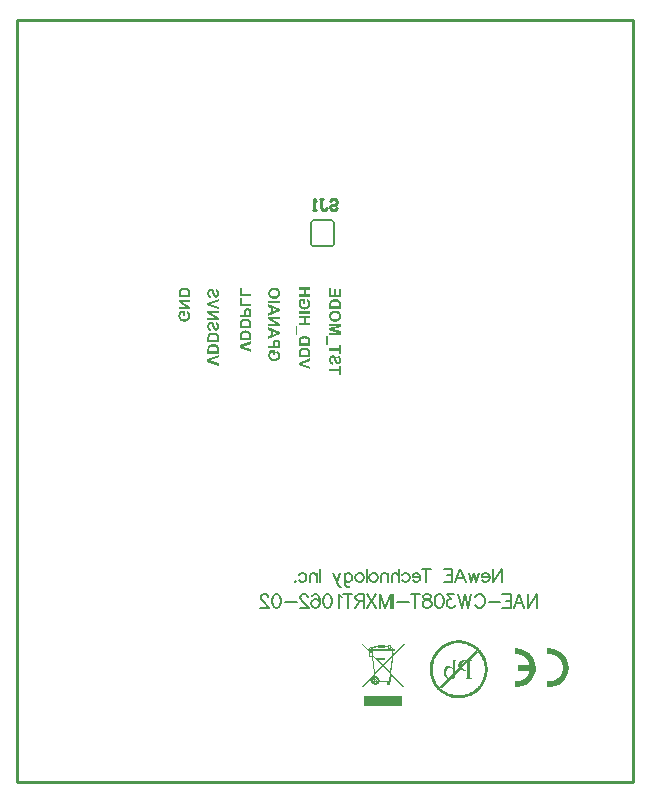
<source format=gbo>
G04*
G04 #@! TF.GenerationSoftware,Altium Limited,Altium Designer,20.0.11 (256)*
G04*
G04 Layer_Color=32896*
%FSLAX25Y25*%
%MOIN*%
G70*
G01*
G75*
%ADD10C,0.00787*%
%ADD14C,0.01000*%
%ADD63C,0.00700*%
G36*
X375953Y311429D02*
X376044Y311424D01*
X376127Y311416D01*
X376208Y311404D01*
X376282Y311393D01*
X376352Y311382D01*
X376415Y311371D01*
X376471Y311360D01*
X376521Y311349D01*
X376562Y311338D01*
X376598Y311327D01*
X376629Y311319D01*
X376648Y311313D01*
X376662Y311310D01*
X376665Y311308D01*
X376731Y311282D01*
X376798Y311255D01*
X376859Y311227D01*
X376917Y311197D01*
X376972Y311166D01*
X377022Y311136D01*
X377069Y311108D01*
X377113Y311078D01*
X377152Y311050D01*
X377186Y311025D01*
X377216Y311003D01*
X377241Y310981D01*
X377260Y310964D01*
X377274Y310953D01*
X377282Y310945D01*
X377285Y310942D01*
X377332Y310895D01*
X377374Y310848D01*
X377413Y310798D01*
X377449Y310751D01*
X377479Y310701D01*
X377509Y310654D01*
X377535Y310607D01*
X377559Y310562D01*
X377579Y310521D01*
X377595Y310482D01*
X377609Y310449D01*
X377620Y310418D01*
X377629Y310396D01*
X377634Y310377D01*
X377640Y310366D01*
Y310363D01*
X377654Y310313D01*
X377665Y310260D01*
X377676Y310202D01*
X377684Y310144D01*
X377695Y310022D01*
X377701Y309964D01*
X377706Y309906D01*
X377709Y309851D01*
X377712Y309801D01*
Y309753D01*
X377714Y309712D01*
Y308222D01*
X373881D01*
Y309753D01*
X373884Y309828D01*
X373889Y309897D01*
X373895Y309964D01*
X373900Y310025D01*
X373906Y310083D01*
X373914Y310133D01*
X373922Y310180D01*
X373928Y310222D01*
X373936Y310258D01*
X373942Y310291D01*
X373950Y310316D01*
X373953Y310335D01*
X373958Y310352D01*
X373961Y310360D01*
Y310363D01*
X373983Y310427D01*
X374006Y310485D01*
X374030Y310540D01*
X374055Y310593D01*
X374080Y310640D01*
X374105Y310684D01*
X374130Y310726D01*
X374155Y310762D01*
X374177Y310795D01*
X374199Y310823D01*
X374216Y310848D01*
X374233Y310870D01*
X374247Y310884D01*
X374258Y310897D01*
X374263Y310903D01*
X374266Y310906D01*
X374316Y310956D01*
X374371Y311000D01*
X374427Y311042D01*
X374482Y311083D01*
X374540Y311119D01*
X374595Y311152D01*
X374651Y311183D01*
X374704Y311210D01*
X374753Y311235D01*
X374798Y311258D01*
X374839Y311274D01*
X374875Y311288D01*
X374903Y311302D01*
X374925Y311310D01*
X374939Y311313D01*
X374944Y311316D01*
X375011Y311338D01*
X375078Y311355D01*
X375216Y311385D01*
X375352Y311407D01*
X375418Y311413D01*
X375479Y311421D01*
X375537Y311424D01*
X375590Y311429D01*
X375640Y311432D01*
X375679D01*
X375712Y311435D01*
X375737D01*
X375753D01*
X375759D01*
X375859D01*
X375953Y311429D01*
D02*
G37*
G36*
X377714Y306687D02*
X375147D01*
X377714Y305114D01*
Y304363D01*
X373881D01*
Y305081D01*
X376391D01*
X373881Y306629D01*
Y307404D01*
X377714D01*
Y306687D01*
D02*
G37*
G36*
X375936Y301975D02*
X375288D01*
Y302862D01*
X374800D01*
X374751Y302793D01*
X374706Y302720D01*
X374668Y302651D01*
X374634Y302585D01*
X374620Y302554D01*
X374607Y302527D01*
X374595Y302502D01*
X374587Y302482D01*
X374579Y302466D01*
X374576Y302452D01*
X374571Y302444D01*
Y302441D01*
X374540Y302349D01*
X374515Y302261D01*
X374499Y302180D01*
X374493Y302141D01*
X374487Y302105D01*
X374485Y302072D01*
X374482Y302045D01*
X374479Y302017D01*
Y301995D01*
X374476Y301978D01*
Y301953D01*
X374479Y301865D01*
X374490Y301779D01*
X374507Y301698D01*
X374529Y301624D01*
X374557Y301552D01*
X374584Y301485D01*
X374615Y301427D01*
X374648Y301372D01*
X374679Y301324D01*
X374709Y301280D01*
X374740Y301244D01*
X374764Y301214D01*
X374787Y301189D01*
X374803Y301172D01*
X374814Y301161D01*
X374817Y301158D01*
X374884Y301106D01*
X374958Y301059D01*
X375039Y301017D01*
X375122Y300984D01*
X375205Y300953D01*
X375291Y300931D01*
X375374Y300909D01*
X375457Y300895D01*
X375535Y300881D01*
X375607Y300873D01*
X375670Y300865D01*
X375728Y300862D01*
X375753Y300859D01*
X375776D01*
X375792Y300856D01*
X375809D01*
X375823D01*
X375831D01*
X375836D01*
X375839D01*
X375953Y300859D01*
X376061Y300870D01*
X376161Y300884D01*
X376255Y300903D01*
X376341Y300925D01*
X376418Y300950D01*
X376490Y300978D01*
X376554Y301006D01*
X376609Y301033D01*
X376656Y301061D01*
X376698Y301086D01*
X376731Y301108D01*
X376759Y301128D01*
X376778Y301142D01*
X376789Y301153D01*
X376792Y301155D01*
X376850Y301214D01*
X376900Y301277D01*
X376942Y301341D01*
X376980Y301408D01*
X377011Y301474D01*
X377036Y301543D01*
X377058Y301607D01*
X377075Y301671D01*
X377088Y301732D01*
X377100Y301784D01*
X377105Y301834D01*
X377111Y301878D01*
X377113Y301912D01*
X377116Y301939D01*
Y301961D01*
X377113Y302022D01*
X377108Y302081D01*
X377100Y302139D01*
X377091Y302189D01*
X377077Y302238D01*
X377064Y302286D01*
X377050Y302327D01*
X377033Y302366D01*
X377016Y302399D01*
X377003Y302430D01*
X376989Y302457D01*
X376975Y302480D01*
X376967Y302496D01*
X376958Y302507D01*
X376953Y302516D01*
X376950Y302518D01*
X376920Y302560D01*
X376884Y302596D01*
X376848Y302629D01*
X376812Y302662D01*
X376776Y302690D01*
X376737Y302715D01*
X376701Y302737D01*
X376667Y302757D01*
X376634Y302773D01*
X376604Y302787D01*
X376576Y302801D01*
X376554Y302809D01*
X376535Y302817D01*
X376518Y302823D01*
X376510Y302826D01*
X376507D01*
X376651Y303593D01*
X376748Y303568D01*
X376836Y303538D01*
X376922Y303502D01*
X377003Y303463D01*
X377075Y303421D01*
X377144Y303377D01*
X377205Y303335D01*
X377260Y303291D01*
X377310Y303250D01*
X377354Y303208D01*
X377390Y303172D01*
X377421Y303139D01*
X377446Y303114D01*
X377463Y303092D01*
X377473Y303081D01*
X377476Y303075D01*
X377529Y302997D01*
X377576Y302912D01*
X377618Y302823D01*
X377651Y302732D01*
X377681Y302640D01*
X377703Y302546D01*
X377726Y302455D01*
X377740Y302369D01*
X377753Y302286D01*
X377762Y302208D01*
X377770Y302139D01*
X377773Y302078D01*
X377776Y302053D01*
Y302031D01*
X377778Y302009D01*
Y301961D01*
X377776Y301862D01*
X377770Y301765D01*
X377762Y301671D01*
X377748Y301585D01*
X377734Y301504D01*
X377717Y301430D01*
X377701Y301358D01*
X377684Y301294D01*
X377665Y301238D01*
X377648Y301189D01*
X377631Y301144D01*
X377618Y301108D01*
X377604Y301081D01*
X377595Y301059D01*
X377590Y301047D01*
X377587Y301042D01*
X377537Y300953D01*
X377485Y300873D01*
X377429Y300795D01*
X377371Y300723D01*
X377310Y300657D01*
X377252Y300599D01*
X377194Y300543D01*
X377136Y300493D01*
X377083Y300452D01*
X377033Y300413D01*
X376989Y300380D01*
X376950Y300355D01*
X376917Y300336D01*
X376892Y300319D01*
X376878Y300311D01*
X376872Y300308D01*
X376784Y300264D01*
X376692Y300225D01*
X376601Y300191D01*
X376510Y300164D01*
X376421Y300139D01*
X376332Y300119D01*
X376246Y300103D01*
X376166Y300089D01*
X376091Y300081D01*
X376022Y300072D01*
X375961Y300067D01*
X375908Y300061D01*
X375867D01*
X375850Y300059D01*
X375836D01*
X375825D01*
X375814D01*
X375812D01*
X375809D01*
X375706Y300061D01*
X375607Y300070D01*
X375510Y300081D01*
X375415Y300095D01*
X375327Y300111D01*
X375244Y300131D01*
X375163Y300150D01*
X375091Y300172D01*
X375025Y300191D01*
X374964Y300211D01*
X374914Y300230D01*
X374870Y300247D01*
X374834Y300264D01*
X374809Y300275D01*
X374792Y300280D01*
X374787Y300283D01*
X374701Y300327D01*
X374620Y300377D01*
X374546Y300427D01*
X374476Y300482D01*
X374413Y300538D01*
X374352Y300593D01*
X374299Y300648D01*
X374252Y300701D01*
X374208Y300754D01*
X374172Y300801D01*
X374138Y300842D01*
X374113Y300881D01*
X374094Y300912D01*
X374078Y300934D01*
X374069Y300948D01*
X374066Y300953D01*
X374022Y301039D01*
X373983Y301128D01*
X373950Y301216D01*
X373920Y301308D01*
X373898Y301396D01*
X373875Y301482D01*
X373859Y301565D01*
X373845Y301646D01*
X373836Y301720D01*
X373828Y301790D01*
X373823Y301851D01*
X373817Y301903D01*
Y301945D01*
X373814Y301961D01*
Y302003D01*
X373817Y302092D01*
X373823Y302180D01*
X373831Y302266D01*
X373842Y302349D01*
X373856Y302430D01*
X373870Y302507D01*
X373886Y302579D01*
X373903Y302648D01*
X373920Y302709D01*
X373936Y302765D01*
X373950Y302815D01*
X373964Y302856D01*
X373975Y302892D01*
X373983Y302917D01*
X373989Y302931D01*
X373992Y302937D01*
X374025Y303020D01*
X374061Y303100D01*
X374097Y303175D01*
X374133Y303241D01*
X374169Y303305D01*
X374202Y303363D01*
X374235Y303416D01*
X374266Y303463D01*
X374296Y303504D01*
X374324Y303540D01*
X374346Y303574D01*
X374368Y303599D01*
X374385Y303618D01*
X374396Y303632D01*
X374404Y303640D01*
X374407Y303643D01*
X375936D01*
Y301975D01*
D02*
G37*
G36*
X394887Y309300D02*
X398039D01*
Y308527D01*
X394239D01*
Y311225D01*
X394887D01*
Y309300D01*
D02*
G37*
G36*
Y306028D02*
X398039D01*
Y305256D01*
X394239D01*
Y307954D01*
X394887D01*
Y306028D01*
D02*
G37*
G36*
X396975Y304596D02*
X397056Y304591D01*
X397131Y304580D01*
X397203Y304563D01*
X397269Y304546D01*
X397330Y304527D01*
X397385Y304508D01*
X397435Y304488D01*
X397482Y304466D01*
X397521Y304447D01*
X397557Y304427D01*
X397585Y304411D01*
X397607Y304397D01*
X397624Y304386D01*
X397635Y304378D01*
X397638Y304375D01*
X397690Y304333D01*
X397737Y304289D01*
X397782Y304242D01*
X397820Y304195D01*
X397854Y304148D01*
X397884Y304103D01*
X397912Y304059D01*
X397934Y304017D01*
X397956Y303976D01*
X397973Y303940D01*
X397987Y303907D01*
X397998Y303879D01*
X398003Y303857D01*
X398009Y303837D01*
X398014Y303826D01*
Y303823D01*
X398020Y303801D01*
X398025Y303779D01*
X398034Y303724D01*
X398042Y303660D01*
X398047Y303591D01*
X398053Y303516D01*
X398059Y303438D01*
X398064Y303283D01*
X398067Y303209D01*
X398070Y303139D01*
Y303076D01*
X398072Y303017D01*
Y301666D01*
X394239D01*
Y302438D01*
X395685D01*
Y303037D01*
X395687Y303128D01*
X395690Y303211D01*
X395693Y303289D01*
X395696Y303361D01*
X395701Y303427D01*
X395707Y303486D01*
X395712Y303538D01*
X395715Y303588D01*
X395721Y303627D01*
X395726Y303663D01*
X395729Y303691D01*
X395732Y303715D01*
X395735Y303729D01*
X395737Y303740D01*
Y303743D01*
X395757Y303821D01*
X395784Y303893D01*
X395815Y303959D01*
X395845Y304020D01*
X395859Y304048D01*
X395873Y304073D01*
X395887Y304092D01*
X395898Y304112D01*
X395906Y304125D01*
X395915Y304136D01*
X395917Y304142D01*
X395920Y304145D01*
X395975Y304214D01*
X396037Y304278D01*
X396100Y304333D01*
X396161Y304380D01*
X396214Y304419D01*
X396239Y304433D01*
X396258Y304447D01*
X396275Y304455D01*
X396286Y304463D01*
X396294Y304466D01*
X396297Y304469D01*
X396344Y304491D01*
X396391Y304513D01*
X396491Y304544D01*
X396590Y304569D01*
X396640Y304577D01*
X396685Y304583D01*
X396729Y304588D01*
X396768Y304594D01*
X396804Y304596D01*
X396834D01*
X396859Y304599D01*
X396876D01*
X396890D01*
X396892D01*
X396975Y304596D01*
D02*
G37*
G36*
X396311Y301004D02*
X396402Y300998D01*
X396485Y300990D01*
X396566Y300979D01*
X396640Y300968D01*
X396710Y300957D01*
X396773Y300945D01*
X396829Y300934D01*
X396879Y300923D01*
X396920Y300912D01*
X396956Y300901D01*
X396987Y300893D01*
X397006Y300887D01*
X397020Y300885D01*
X397023Y300882D01*
X397089Y300857D01*
X397155Y300829D01*
X397217Y300801D01*
X397275Y300771D01*
X397330Y300741D01*
X397380Y300710D01*
X397427Y300682D01*
X397471Y300652D01*
X397510Y300624D01*
X397543Y300599D01*
X397574Y300577D01*
X397599Y300555D01*
X397618Y300538D01*
X397632Y300527D01*
X397640Y300519D01*
X397643Y300516D01*
X397690Y300469D01*
X397732Y300422D01*
X397771Y300372D01*
X397807Y300325D01*
X397837Y300275D01*
X397867Y300228D01*
X397892Y300181D01*
X397917Y300137D01*
X397937Y300095D01*
X397953Y300056D01*
X397967Y300023D01*
X397978Y299993D01*
X397987Y299970D01*
X397992Y299951D01*
X397998Y299940D01*
Y299937D01*
X398011Y299887D01*
X398023Y299835D01*
X398034Y299777D01*
X398042Y299718D01*
X398053Y299597D01*
X398059Y299538D01*
X398064Y299480D01*
X398067Y299425D01*
X398070Y299375D01*
Y299328D01*
X398072Y299286D01*
Y297796D01*
X394239D01*
Y299328D01*
X394241Y299403D01*
X394247Y299472D01*
X394253Y299538D01*
X394258Y299599D01*
X394264Y299657D01*
X394272Y299707D01*
X394280Y299754D01*
X394286Y299796D01*
X394294Y299832D01*
X394300Y299865D01*
X394308Y299890D01*
X394311Y299909D01*
X394316Y299926D01*
X394319Y299934D01*
Y299937D01*
X394341Y300001D01*
X394363Y300059D01*
X394388Y300114D01*
X394413Y300167D01*
X394438Y300214D01*
X394463Y300258D01*
X394488Y300300D01*
X394513Y300336D01*
X394535Y300369D01*
X394557Y300397D01*
X394574Y300422D01*
X394590Y300444D01*
X394604Y300458D01*
X394616Y300472D01*
X394621Y300477D01*
X394624Y300480D01*
X394674Y300530D01*
X394729Y300574D01*
X394784Y300616D01*
X394840Y300657D01*
X394898Y300693D01*
X394953Y300727D01*
X395009Y300757D01*
X395061Y300785D01*
X395111Y300810D01*
X395156Y300832D01*
X395197Y300849D01*
X395233Y300862D01*
X395261Y300876D01*
X395283Y300885D01*
X395297Y300887D01*
X395302Y300890D01*
X395369Y300912D01*
X395435Y300929D01*
X395574Y300959D01*
X395710Y300981D01*
X395776Y300987D01*
X395837Y300995D01*
X395895Y300998D01*
X395948Y301004D01*
X395998Y301006D01*
X396037D01*
X396070Y301009D01*
X396095D01*
X396111D01*
X396117D01*
X396217D01*
X396311Y301004D01*
D02*
G37*
G36*
Y297137D02*
X396402Y297131D01*
X396485Y297123D01*
X396566Y297112D01*
X396640Y297101D01*
X396710Y297090D01*
X396773Y297079D01*
X396829Y297067D01*
X396879Y297056D01*
X396920Y297045D01*
X396956Y297034D01*
X396987Y297026D01*
X397006Y297020D01*
X397020Y297018D01*
X397023Y297015D01*
X397089Y296990D01*
X397155Y296962D01*
X397217Y296935D01*
X397275Y296904D01*
X397330Y296874D01*
X397380Y296843D01*
X397427Y296815D01*
X397471Y296785D01*
X397510Y296757D01*
X397543Y296732D01*
X397574Y296710D01*
X397599Y296688D01*
X397618Y296671D01*
X397632Y296660D01*
X397640Y296652D01*
X397643Y296649D01*
X397690Y296602D01*
X397732Y296555D01*
X397771Y296505D01*
X397807Y296458D01*
X397837Y296408D01*
X397867Y296361D01*
X397892Y296314D01*
X397917Y296270D01*
X397937Y296228D01*
X397953Y296189D01*
X397967Y296156D01*
X397978Y296126D01*
X397987Y296104D01*
X397992Y296084D01*
X397998Y296073D01*
Y296070D01*
X398011Y296020D01*
X398023Y295968D01*
X398034Y295910D01*
X398042Y295851D01*
X398053Y295730D01*
X398059Y295671D01*
X398064Y295613D01*
X398067Y295558D01*
X398070Y295508D01*
Y295461D01*
X398072Y295419D01*
Y293929D01*
X394239D01*
Y295461D01*
X394241Y295536D01*
X394247Y295605D01*
X394253Y295671D01*
X394258Y295732D01*
X394264Y295791D01*
X394272Y295840D01*
X394280Y295887D01*
X394286Y295929D01*
X394294Y295965D01*
X394300Y295998D01*
X394308Y296023D01*
X394311Y296043D01*
X394316Y296059D01*
X394319Y296068D01*
Y296070D01*
X394341Y296134D01*
X394363Y296192D01*
X394388Y296248D01*
X394413Y296300D01*
X394438Y296347D01*
X394463Y296392D01*
X394488Y296433D01*
X394513Y296469D01*
X394535Y296502D01*
X394557Y296530D01*
X394574Y296555D01*
X394590Y296577D01*
X394604Y296591D01*
X394616Y296605D01*
X394621Y296610D01*
X394624Y296613D01*
X394674Y296663D01*
X394729Y296707D01*
X394784Y296749D01*
X394840Y296791D01*
X394898Y296827D01*
X394953Y296860D01*
X395009Y296890D01*
X395061Y296918D01*
X395111Y296943D01*
X395156Y296965D01*
X395197Y296982D01*
X395233Y296995D01*
X395261Y297009D01*
X395283Y297018D01*
X395297Y297020D01*
X395302Y297023D01*
X395369Y297045D01*
X395435Y297062D01*
X395574Y297092D01*
X395710Y297115D01*
X395776Y297120D01*
X395837Y297128D01*
X395895Y297131D01*
X395948Y297137D01*
X395998Y297140D01*
X396037D01*
X396070Y297142D01*
X396095D01*
X396111D01*
X396117D01*
X396217D01*
X396311Y297137D01*
D02*
G37*
G36*
X398072Y292716D02*
X395236Y291780D01*
X398072Y290807D01*
Y289971D01*
X394239Y291339D01*
Y292173D01*
X398072Y293538D01*
Y292716D01*
D02*
G37*
G36*
X384669Y311036D02*
X384733Y311033D01*
X384794Y311025D01*
X384852Y311014D01*
X384905Y311003D01*
X384955Y310989D01*
X385002Y310975D01*
X385043Y310961D01*
X385082Y310947D01*
X385115Y310933D01*
X385143Y310920D01*
X385168Y310909D01*
X385187Y310897D01*
X385201Y310889D01*
X385209Y310886D01*
X385212Y310884D01*
X385257Y310853D01*
X385301Y310823D01*
X385378Y310753D01*
X385414Y310718D01*
X385445Y310682D01*
X385475Y310648D01*
X385500Y310615D01*
X385525Y310582D01*
X385545Y310554D01*
X385561Y310526D01*
X385578Y310504D01*
X385589Y310485D01*
X385597Y310471D01*
X385600Y310463D01*
X385603Y310460D01*
X385630Y310407D01*
X385655Y310346D01*
X385683Y310283D01*
X385708Y310216D01*
X385755Y310078D01*
X385774Y310008D01*
X385797Y309942D01*
X385813Y309878D01*
X385830Y309820D01*
X385844Y309765D01*
X385858Y309717D01*
X385866Y309679D01*
X385874Y309651D01*
X385877Y309640D01*
Y309632D01*
X385880Y309629D01*
Y309626D01*
X385905Y309526D01*
X385930Y309432D01*
X385952Y309352D01*
X385977Y309277D01*
X385999Y309211D01*
X386021Y309152D01*
X386040Y309103D01*
X386060Y309058D01*
X386076Y309022D01*
X386090Y308992D01*
X386104Y308967D01*
X386115Y308947D01*
X386126Y308931D01*
X386132Y308923D01*
X386137Y308917D01*
Y308914D01*
X386176Y308875D01*
X386215Y308848D01*
X386254Y308828D01*
X386290Y308815D01*
X386323Y308806D01*
X386348Y308803D01*
X386365Y308801D01*
X386367D01*
X386370D01*
X386398Y308803D01*
X386423Y308806D01*
X386470Y308820D01*
X386509Y308839D01*
X386542Y308862D01*
X386569Y308884D01*
X386589Y308903D01*
X386603Y308917D01*
X386606Y308923D01*
X386630Y308961D01*
X386653Y309000D01*
X386672Y309042D01*
X386689Y309086D01*
X386714Y309175D01*
X386730Y309258D01*
X386736Y309299D01*
X386738Y309335D01*
X386741Y309368D01*
X386744Y309396D01*
X386747Y309418D01*
Y309510D01*
X386741Y309568D01*
X386736Y309618D01*
X386727Y309665D01*
X386716Y309709D01*
X386705Y309751D01*
X386694Y309787D01*
X386683Y309820D01*
X386669Y309848D01*
X386658Y309873D01*
X386647Y309895D01*
X386636Y309911D01*
X386628Y309925D01*
X386622Y309934D01*
X386619Y309939D01*
X386617Y309942D01*
X386592Y309972D01*
X386561Y309997D01*
X386495Y310044D01*
X386425Y310080D01*
X386356Y310111D01*
X386323Y310122D01*
X386293Y310130D01*
X386265Y310139D01*
X386240Y310144D01*
X386221Y310150D01*
X386207Y310152D01*
X386196Y310155D01*
X386193D01*
X386226Y310928D01*
X386323Y310920D01*
X386414Y310906D01*
X386500Y310886D01*
X386581Y310859D01*
X386655Y310831D01*
X386725Y310798D01*
X386788Y310765D01*
X386844Y310729D01*
X386896Y310693D01*
X386941Y310659D01*
X386980Y310629D01*
X387010Y310601D01*
X387035Y310576D01*
X387054Y310560D01*
X387065Y310548D01*
X387068Y310543D01*
X387123Y310471D01*
X387173Y310393D01*
X387215Y310308D01*
X387254Y310222D01*
X387284Y310130D01*
X387309Y310039D01*
X387331Y309950D01*
X387348Y309864D01*
X387359Y309781D01*
X387370Y309706D01*
X387378Y309637D01*
X387381Y309576D01*
X387384Y309548D01*
Y309526D01*
X387387Y309507D01*
Y309457D01*
X387384Y309377D01*
X387381Y309299D01*
X387376Y309224D01*
X387365Y309152D01*
X387356Y309086D01*
X387345Y309025D01*
X387331Y308967D01*
X387320Y308914D01*
X387306Y308867D01*
X387295Y308826D01*
X387281Y308790D01*
X387273Y308759D01*
X387265Y308737D01*
X387257Y308717D01*
X387254Y308706D01*
X387251Y308704D01*
X387226Y308646D01*
X387195Y308593D01*
X387165Y308543D01*
X387135Y308496D01*
X387101Y308454D01*
X387071Y308416D01*
X387038Y308380D01*
X387007Y308346D01*
X386977Y308319D01*
X386952Y308294D01*
X386927Y308272D01*
X386905Y308255D01*
X386888Y308241D01*
X386874Y308233D01*
X386866Y308227D01*
X386863Y308225D01*
X386816Y308197D01*
X386766Y308172D01*
X386719Y308150D01*
X386669Y308130D01*
X386622Y308114D01*
X386578Y308100D01*
X386533Y308091D01*
X386495Y308080D01*
X386456Y308075D01*
X386420Y308069D01*
X386389Y308067D01*
X386365Y308064D01*
X386342Y308061D01*
X386329D01*
X386317D01*
X386315D01*
X386232Y308064D01*
X386151Y308075D01*
X386074Y308094D01*
X386002Y308116D01*
X385935Y308141D01*
X385872Y308172D01*
X385813Y308205D01*
X385761Y308238D01*
X385711Y308269D01*
X385669Y308302D01*
X385630Y308332D01*
X385600Y308357D01*
X385578Y308380D01*
X385558Y308399D01*
X385547Y308410D01*
X385545Y308413D01*
X385503Y308466D01*
X385464Y308524D01*
X385425Y308587D01*
X385389Y308657D01*
X385356Y308726D01*
X385326Y308801D01*
X385298Y308873D01*
X385270Y308945D01*
X385248Y309011D01*
X385226Y309075D01*
X385207Y309133D01*
X385193Y309186D01*
X385182Y309227D01*
X385176Y309244D01*
X385173Y309258D01*
X385168Y309269D01*
Y309277D01*
X385165Y309283D01*
Y309285D01*
X385143Y309371D01*
X385124Y309452D01*
X385107Y309524D01*
X385090Y309587D01*
X385074Y309646D01*
X385060Y309695D01*
X385049Y309740D01*
X385038Y309778D01*
X385029Y309809D01*
X385021Y309837D01*
X385013Y309859D01*
X385007Y309878D01*
X385004Y309889D01*
X385002Y309900D01*
X384999Y309903D01*
Y309906D01*
X384985Y309942D01*
X384971Y309975D01*
X384944Y310033D01*
X384913Y310083D01*
X384888Y310122D01*
X384863Y310150D01*
X384847Y310169D01*
X384836Y310183D01*
X384830Y310186D01*
X384794Y310213D01*
X384755Y310233D01*
X384716Y310247D01*
X384680Y310255D01*
X384647Y310263D01*
X384622Y310266D01*
X384606D01*
X384603D01*
X384600D01*
X384561Y310263D01*
X384523Y310258D01*
X384489Y310249D01*
X384453Y310236D01*
X384392Y310205D01*
X384337Y310172D01*
X384315Y310152D01*
X384293Y310136D01*
X384276Y310119D01*
X384259Y310105D01*
X384248Y310091D01*
X384240Y310083D01*
X384234Y310078D01*
X384232Y310075D01*
X384204Y310039D01*
X384179Y309997D01*
X384160Y309953D01*
X384140Y309909D01*
X384126Y309861D01*
X384113Y309814D01*
X384093Y309723D01*
X384088Y309682D01*
X384082Y309640D01*
X384079Y309604D01*
X384076Y309574D01*
X384074Y309548D01*
Y309512D01*
X384076Y309449D01*
X384082Y309388D01*
X384090Y309330D01*
X384101Y309274D01*
X384115Y309224D01*
X384129Y309180D01*
X384146Y309136D01*
X384162Y309100D01*
X384179Y309064D01*
X384196Y309036D01*
X384209Y309008D01*
X384223Y308989D01*
X384234Y308972D01*
X384243Y308961D01*
X384248Y308953D01*
X384251Y308950D01*
X384287Y308914D01*
X384326Y308878D01*
X384367Y308848D01*
X384412Y308820D01*
X384459Y308795D01*
X384506Y308773D01*
X384597Y308734D01*
X384639Y308720D01*
X384678Y308709D01*
X384714Y308698D01*
X384747Y308690D01*
X384772Y308684D01*
X384791Y308679D01*
X384802Y308676D01*
X384808D01*
X384736Y307923D01*
X384619Y307939D01*
X384509Y307964D01*
X384406Y307992D01*
X384309Y308028D01*
X384223Y308064D01*
X384143Y308103D01*
X384068Y308141D01*
X384004Y308183D01*
X383946Y308222D01*
X383896Y308258D01*
X383852Y308294D01*
X383819Y308324D01*
X383791Y308349D01*
X383772Y308368D01*
X383758Y308380D01*
X383755Y308385D01*
X383697Y308463D01*
X383644Y308546D01*
X383600Y308634D01*
X383561Y308726D01*
X383528Y308817D01*
X383503Y308911D01*
X383481Y309003D01*
X383462Y309091D01*
X383448Y309175D01*
X383437Y309252D01*
X383431Y309324D01*
X383426Y309385D01*
X383423Y309410D01*
Y309435D01*
X383420Y309454D01*
Y309504D01*
X383423Y309596D01*
X383426Y309684D01*
X383434Y309767D01*
X383442Y309845D01*
X383453Y309917D01*
X383464Y309986D01*
X383475Y310050D01*
X383489Y310108D01*
X383503Y310158D01*
X383514Y310205D01*
X383525Y310244D01*
X383536Y310274D01*
X383545Y310302D01*
X383553Y310321D01*
X383556Y310332D01*
X383559Y310335D01*
X383586Y310396D01*
X383617Y310454D01*
X383650Y310507D01*
X383686Y310557D01*
X383719Y310604D01*
X383755Y310645D01*
X383791Y310684D01*
X383824Y310720D01*
X383858Y310751D01*
X383888Y310778D01*
X383916Y310801D01*
X383938Y310820D01*
X383957Y310834D01*
X383974Y310845D01*
X383982Y310850D01*
X383985Y310853D01*
X384040Y310886D01*
X384093Y310914D01*
X384149Y310939D01*
X384204Y310961D01*
X384257Y310978D01*
X384306Y310995D01*
X384356Y311005D01*
X384403Y311017D01*
X384445Y311022D01*
X384484Y311028D01*
X384517Y311033D01*
X384547Y311036D01*
X384570Y311039D01*
X384589D01*
X384600D01*
X384603D01*
X384669Y311036D01*
D02*
G37*
G36*
X387323Y306903D02*
X384487Y305967D01*
X387323Y304995D01*
Y304158D01*
X383489Y305526D01*
Y306360D01*
X387323Y307726D01*
Y306903D01*
D02*
G37*
G36*
Y303011D02*
X384755D01*
X387323Y301438D01*
Y300687D01*
X383489D01*
Y301405D01*
X385999D01*
X383489Y302953D01*
Y303729D01*
X387323D01*
Y303011D01*
D02*
G37*
G36*
X384669Y300028D02*
X384733Y300025D01*
X384794Y300017D01*
X384852Y300006D01*
X384905Y299995D01*
X384955Y299981D01*
X385002Y299967D01*
X385043Y299953D01*
X385082Y299939D01*
X385115Y299926D01*
X385143Y299912D01*
X385168Y299901D01*
X385187Y299889D01*
X385201Y299881D01*
X385209Y299879D01*
X385212Y299876D01*
X385257Y299845D01*
X385301Y299815D01*
X385378Y299745D01*
X385414Y299710D01*
X385445Y299674D01*
X385475Y299640D01*
X385500Y299607D01*
X385525Y299574D01*
X385545Y299546D01*
X385561Y299518D01*
X385578Y299496D01*
X385589Y299477D01*
X385597Y299463D01*
X385600Y299455D01*
X385603Y299452D01*
X385630Y299399D01*
X385655Y299338D01*
X385683Y299275D01*
X385708Y299208D01*
X385755Y299070D01*
X385774Y299000D01*
X385797Y298934D01*
X385813Y298870D01*
X385830Y298812D01*
X385844Y298757D01*
X385858Y298710D01*
X385866Y298671D01*
X385874Y298643D01*
X385877Y298632D01*
Y298624D01*
X385880Y298621D01*
Y298618D01*
X385905Y298518D01*
X385930Y298424D01*
X385952Y298344D01*
X385977Y298269D01*
X385999Y298203D01*
X386021Y298144D01*
X386040Y298095D01*
X386060Y298050D01*
X386076Y298014D01*
X386090Y297984D01*
X386104Y297959D01*
X386115Y297939D01*
X386126Y297923D01*
X386132Y297915D01*
X386137Y297909D01*
Y297906D01*
X386176Y297867D01*
X386215Y297840D01*
X386254Y297820D01*
X386290Y297807D01*
X386323Y297798D01*
X386348Y297795D01*
X386365Y297793D01*
X386367D01*
X386370D01*
X386398Y297795D01*
X386423Y297798D01*
X386470Y297812D01*
X386509Y297831D01*
X386542Y297854D01*
X386569Y297876D01*
X386589Y297895D01*
X386603Y297909D01*
X386606Y297915D01*
X386630Y297953D01*
X386653Y297992D01*
X386672Y298034D01*
X386689Y298078D01*
X386714Y298167D01*
X386730Y298250D01*
X386736Y298291D01*
X386738Y298327D01*
X386741Y298360D01*
X386744Y298388D01*
X386747Y298410D01*
Y298502D01*
X386741Y298560D01*
X386736Y298610D01*
X386727Y298657D01*
X386716Y298701D01*
X386705Y298743D01*
X386694Y298779D01*
X386683Y298812D01*
X386669Y298840D01*
X386658Y298865D01*
X386647Y298887D01*
X386636Y298903D01*
X386628Y298917D01*
X386622Y298926D01*
X386619Y298931D01*
X386617Y298934D01*
X386592Y298964D01*
X386561Y298989D01*
X386495Y299036D01*
X386425Y299072D01*
X386356Y299103D01*
X386323Y299114D01*
X386293Y299122D01*
X386265Y299131D01*
X386240Y299136D01*
X386221Y299142D01*
X386207Y299144D01*
X386196Y299147D01*
X386193D01*
X386226Y299920D01*
X386323Y299912D01*
X386414Y299898D01*
X386500Y299879D01*
X386581Y299851D01*
X386655Y299823D01*
X386725Y299790D01*
X386788Y299757D01*
X386844Y299721D01*
X386896Y299685D01*
X386941Y299651D01*
X386980Y299621D01*
X387010Y299593D01*
X387035Y299568D01*
X387054Y299552D01*
X387065Y299540D01*
X387068Y299535D01*
X387123Y299463D01*
X387173Y299385D01*
X387215Y299300D01*
X387254Y299214D01*
X387284Y299122D01*
X387309Y299031D01*
X387331Y298942D01*
X387348Y298856D01*
X387359Y298773D01*
X387370Y298698D01*
X387378Y298629D01*
X387381Y298568D01*
X387384Y298540D01*
Y298518D01*
X387387Y298499D01*
Y298449D01*
X387384Y298369D01*
X387381Y298291D01*
X387376Y298217D01*
X387365Y298144D01*
X387356Y298078D01*
X387345Y298017D01*
X387331Y297959D01*
X387320Y297906D01*
X387306Y297859D01*
X387295Y297818D01*
X387281Y297782D01*
X387273Y297751D01*
X387265Y297729D01*
X387257Y297709D01*
X387254Y297698D01*
X387251Y297696D01*
X387226Y297638D01*
X387195Y297585D01*
X387165Y297535D01*
X387135Y297488D01*
X387101Y297446D01*
X387071Y297408D01*
X387038Y297372D01*
X387007Y297338D01*
X386977Y297311D01*
X386952Y297286D01*
X386927Y297264D01*
X386905Y297247D01*
X386888Y297233D01*
X386874Y297225D01*
X386866Y297219D01*
X386863Y297217D01*
X386816Y297189D01*
X386766Y297164D01*
X386719Y297142D01*
X386669Y297122D01*
X386622Y297106D01*
X386578Y297092D01*
X386533Y297083D01*
X386495Y297072D01*
X386456Y297067D01*
X386420Y297061D01*
X386389Y297059D01*
X386365Y297056D01*
X386342Y297053D01*
X386329D01*
X386317D01*
X386315D01*
X386232Y297056D01*
X386151Y297067D01*
X386074Y297086D01*
X386002Y297109D01*
X385935Y297133D01*
X385872Y297164D01*
X385813Y297197D01*
X385761Y297230D01*
X385711Y297261D01*
X385669Y297294D01*
X385630Y297324D01*
X385600Y297349D01*
X385578Y297372D01*
X385558Y297391D01*
X385547Y297402D01*
X385545Y297405D01*
X385503Y297458D01*
X385464Y297516D01*
X385425Y297579D01*
X385389Y297649D01*
X385356Y297718D01*
X385326Y297793D01*
X385298Y297865D01*
X385270Y297937D01*
X385248Y298003D01*
X385226Y298067D01*
X385207Y298125D01*
X385193Y298178D01*
X385182Y298219D01*
X385176Y298236D01*
X385173Y298250D01*
X385168Y298261D01*
Y298269D01*
X385165Y298275D01*
Y298277D01*
X385143Y298363D01*
X385124Y298444D01*
X385107Y298516D01*
X385090Y298579D01*
X385074Y298638D01*
X385060Y298687D01*
X385049Y298732D01*
X385038Y298770D01*
X385029Y298801D01*
X385021Y298829D01*
X385013Y298851D01*
X385007Y298870D01*
X385004Y298881D01*
X385002Y298892D01*
X384999Y298895D01*
Y298898D01*
X384985Y298934D01*
X384971Y298967D01*
X384944Y299025D01*
X384913Y299075D01*
X384888Y299114D01*
X384863Y299142D01*
X384847Y299161D01*
X384836Y299175D01*
X384830Y299178D01*
X384794Y299205D01*
X384755Y299225D01*
X384716Y299239D01*
X384680Y299247D01*
X384647Y299255D01*
X384622Y299258D01*
X384606D01*
X384603D01*
X384600D01*
X384561Y299255D01*
X384523Y299250D01*
X384489Y299241D01*
X384453Y299227D01*
X384392Y299197D01*
X384337Y299164D01*
X384315Y299144D01*
X384293Y299128D01*
X384276Y299111D01*
X384259Y299097D01*
X384248Y299083D01*
X384240Y299075D01*
X384234Y299070D01*
X384232Y299067D01*
X384204Y299031D01*
X384179Y298989D01*
X384160Y298945D01*
X384140Y298901D01*
X384126Y298854D01*
X384113Y298807D01*
X384093Y298715D01*
X384088Y298674D01*
X384082Y298632D01*
X384079Y298596D01*
X384076Y298566D01*
X384074Y298540D01*
Y298504D01*
X384076Y298441D01*
X384082Y298380D01*
X384090Y298322D01*
X384101Y298266D01*
X384115Y298217D01*
X384129Y298172D01*
X384146Y298128D01*
X384162Y298092D01*
X384179Y298056D01*
X384196Y298028D01*
X384209Y298000D01*
X384223Y297981D01*
X384234Y297964D01*
X384243Y297953D01*
X384248Y297945D01*
X384251Y297942D01*
X384287Y297906D01*
X384326Y297870D01*
X384367Y297840D01*
X384412Y297812D01*
X384459Y297787D01*
X384506Y297765D01*
X384597Y297726D01*
X384639Y297712D01*
X384678Y297701D01*
X384714Y297690D01*
X384747Y297682D01*
X384772Y297676D01*
X384791Y297671D01*
X384802Y297668D01*
X384808D01*
X384736Y296915D01*
X384619Y296931D01*
X384509Y296956D01*
X384406Y296984D01*
X384309Y297020D01*
X384223Y297056D01*
X384143Y297095D01*
X384068Y297133D01*
X384004Y297175D01*
X383946Y297214D01*
X383896Y297250D01*
X383852Y297286D01*
X383819Y297316D01*
X383791Y297341D01*
X383772Y297360D01*
X383758Y297372D01*
X383755Y297377D01*
X383697Y297455D01*
X383644Y297538D01*
X383600Y297626D01*
X383561Y297718D01*
X383528Y297809D01*
X383503Y297903D01*
X383481Y297995D01*
X383462Y298083D01*
X383448Y298167D01*
X383437Y298244D01*
X383431Y298316D01*
X383426Y298377D01*
X383423Y298402D01*
Y298427D01*
X383420Y298446D01*
Y298496D01*
X383423Y298588D01*
X383426Y298676D01*
X383434Y298759D01*
X383442Y298837D01*
X383453Y298909D01*
X383464Y298978D01*
X383475Y299042D01*
X383489Y299100D01*
X383503Y299150D01*
X383514Y299197D01*
X383525Y299236D01*
X383536Y299266D01*
X383545Y299294D01*
X383553Y299313D01*
X383556Y299324D01*
X383559Y299327D01*
X383586Y299388D01*
X383617Y299446D01*
X383650Y299499D01*
X383686Y299549D01*
X383719Y299596D01*
X383755Y299638D01*
X383791Y299676D01*
X383824Y299712D01*
X383858Y299743D01*
X383888Y299770D01*
X383916Y299793D01*
X383938Y299812D01*
X383957Y299826D01*
X383974Y299837D01*
X383982Y299843D01*
X383985Y299845D01*
X384040Y299879D01*
X384093Y299906D01*
X384149Y299931D01*
X384204Y299953D01*
X384257Y299970D01*
X384306Y299987D01*
X384356Y299998D01*
X384403Y300009D01*
X384445Y300014D01*
X384484Y300020D01*
X384517Y300025D01*
X384547Y300028D01*
X384570Y300031D01*
X384589D01*
X384600D01*
X384603D01*
X384669Y300028D01*
D02*
G37*
G36*
X385561Y296449D02*
X385653Y296444D01*
X385736Y296435D01*
X385816Y296424D01*
X385891Y296413D01*
X385960Y296402D01*
X386024Y296391D01*
X386079Y296380D01*
X386129Y296369D01*
X386171Y296358D01*
X386207Y296347D01*
X386237Y296338D01*
X386257Y296333D01*
X386270Y296330D01*
X386273Y296327D01*
X386340Y296302D01*
X386406Y296275D01*
X386467Y296247D01*
X386525Y296217D01*
X386581Y296186D01*
X386630Y296156D01*
X386678Y296128D01*
X386722Y296097D01*
X386761Y296070D01*
X386794Y296045D01*
X386824Y296023D01*
X386849Y296001D01*
X386869Y295984D01*
X386882Y295973D01*
X386891Y295964D01*
X386894Y295962D01*
X386941Y295915D01*
X386982Y295867D01*
X387021Y295818D01*
X387057Y295771D01*
X387087Y295721D01*
X387118Y295674D01*
X387143Y295626D01*
X387168Y295582D01*
X387187Y295541D01*
X387204Y295502D01*
X387218Y295469D01*
X387229Y295438D01*
X387237Y295416D01*
X387243Y295397D01*
X387248Y295386D01*
Y295383D01*
X387262Y295333D01*
X387273Y295280D01*
X387284Y295222D01*
X387293Y295164D01*
X387303Y295042D01*
X387309Y294984D01*
X387315Y294926D01*
X387317Y294870D01*
X387320Y294820D01*
Y294773D01*
X387323Y294732D01*
Y293242D01*
X383489D01*
Y294773D01*
X383492Y294848D01*
X383498Y294917D01*
X383503Y294984D01*
X383509Y295045D01*
X383514Y295103D01*
X383523Y295153D01*
X383531Y295200D01*
X383536Y295241D01*
X383545Y295278D01*
X383550Y295311D01*
X383559Y295336D01*
X383561Y295355D01*
X383567Y295372D01*
X383570Y295380D01*
Y295383D01*
X383592Y295446D01*
X383614Y295505D01*
X383639Y295560D01*
X383664Y295613D01*
X383689Y295660D01*
X383714Y295704D01*
X383739Y295746D01*
X383764Y295782D01*
X383786Y295815D01*
X383808Y295843D01*
X383824Y295867D01*
X383841Y295890D01*
X383855Y295903D01*
X383866Y295917D01*
X383872Y295923D01*
X383874Y295926D01*
X383924Y295975D01*
X383980Y296020D01*
X384035Y296061D01*
X384090Y296103D01*
X384149Y296139D01*
X384204Y296172D01*
X384259Y296203D01*
X384312Y296230D01*
X384362Y296255D01*
X384406Y296277D01*
X384448Y296294D01*
X384484Y296308D01*
X384511Y296322D01*
X384534Y296330D01*
X384547Y296333D01*
X384553Y296336D01*
X384619Y296358D01*
X384686Y296374D01*
X384824Y296405D01*
X384960Y296427D01*
X385027Y296433D01*
X385088Y296441D01*
X385146Y296444D01*
X385198Y296449D01*
X385248Y296452D01*
X385287D01*
X385320Y296455D01*
X385345D01*
X385362D01*
X385367D01*
X385467D01*
X385561Y296449D01*
D02*
G37*
G36*
Y292582D02*
X385653Y292577D01*
X385736Y292568D01*
X385816Y292557D01*
X385891Y292546D01*
X385960Y292535D01*
X386024Y292524D01*
X386079Y292513D01*
X386129Y292502D01*
X386171Y292491D01*
X386207Y292480D01*
X386237Y292472D01*
X386257Y292466D01*
X386270Y292463D01*
X386273Y292460D01*
X386340Y292436D01*
X386406Y292408D01*
X386467Y292380D01*
X386525Y292350D01*
X386581Y292319D01*
X386630Y292289D01*
X386678Y292261D01*
X386722Y292231D01*
X386761Y292203D01*
X386794Y292178D01*
X386824Y292156D01*
X386849Y292133D01*
X386869Y292117D01*
X386882Y292106D01*
X386891Y292097D01*
X386894Y292095D01*
X386941Y292048D01*
X386982Y292001D01*
X387021Y291951D01*
X387057Y291904D01*
X387087Y291854D01*
X387118Y291807D01*
X387143Y291760D01*
X387168Y291715D01*
X387187Y291674D01*
X387204Y291635D01*
X387218Y291602D01*
X387229Y291571D01*
X387237Y291549D01*
X387243Y291530D01*
X387248Y291519D01*
Y291516D01*
X387262Y291466D01*
X387273Y291413D01*
X387284Y291355D01*
X387293Y291297D01*
X387303Y291175D01*
X387309Y291117D01*
X387315Y291059D01*
X387317Y291003D01*
X387320Y290953D01*
Y290906D01*
X387323Y290865D01*
Y289375D01*
X383489D01*
Y290906D01*
X383492Y290981D01*
X383498Y291051D01*
X383503Y291117D01*
X383509Y291178D01*
X383514Y291236D01*
X383523Y291286D01*
X383531Y291333D01*
X383536Y291375D01*
X383545Y291411D01*
X383550Y291444D01*
X383559Y291469D01*
X383561Y291488D01*
X383567Y291505D01*
X383570Y291513D01*
Y291516D01*
X383592Y291580D01*
X383614Y291638D01*
X383639Y291693D01*
X383664Y291746D01*
X383689Y291793D01*
X383714Y291837D01*
X383739Y291879D01*
X383764Y291915D01*
X383786Y291948D01*
X383808Y291976D01*
X383824Y292001D01*
X383841Y292023D01*
X383855Y292037D01*
X383866Y292050D01*
X383872Y292056D01*
X383874Y292059D01*
X383924Y292109D01*
X383980Y292153D01*
X384035Y292195D01*
X384090Y292236D01*
X384149Y292272D01*
X384204Y292305D01*
X384259Y292336D01*
X384312Y292364D01*
X384362Y292388D01*
X384406Y292410D01*
X384448Y292427D01*
X384484Y292441D01*
X384511Y292455D01*
X384534Y292463D01*
X384547Y292466D01*
X384553Y292469D01*
X384619Y292491D01*
X384686Y292508D01*
X384824Y292538D01*
X384960Y292560D01*
X385027Y292566D01*
X385088Y292574D01*
X385146Y292577D01*
X385198Y292582D01*
X385248Y292585D01*
X385287D01*
X385320Y292588D01*
X385345D01*
X385362D01*
X385367D01*
X385467D01*
X385561Y292582D01*
D02*
G37*
G36*
X387323Y288161D02*
X384487Y287225D01*
X387323Y286253D01*
Y285416D01*
X383489Y286785D01*
Y287618D01*
X387323Y288984D01*
Y288161D01*
D02*
G37*
G36*
X405898Y311403D02*
X406059Y311386D01*
X406208Y311361D01*
X406350Y311328D01*
X406480Y311289D01*
X406602Y311247D01*
X406710Y311200D01*
X406810Y311153D01*
X406854Y311128D01*
X406895Y311106D01*
X406937Y311081D01*
X406973Y311059D01*
X407006Y311037D01*
X407039Y311018D01*
X407067Y310998D01*
X407092Y310979D01*
X407114Y310962D01*
X407134Y310946D01*
X407150Y310932D01*
X407164Y310921D01*
X407175Y310912D01*
X407184Y310904D01*
X407186Y310901D01*
X407189Y310898D01*
X407236Y310849D01*
X407280Y310799D01*
X407325Y310746D01*
X407364Y310694D01*
X407433Y310583D01*
X407494Y310472D01*
X407544Y310358D01*
X407588Y310245D01*
X407621Y310134D01*
X407649Y310029D01*
X407671Y309929D01*
X407688Y309838D01*
X407693Y309793D01*
X407699Y309754D01*
X407704Y309716D01*
X407707Y309682D01*
X407710Y309649D01*
X407713Y309622D01*
Y309599D01*
X407715Y309580D01*
Y309541D01*
X407713Y309455D01*
X407710Y309372D01*
X407701Y309292D01*
X407690Y309214D01*
X407679Y309142D01*
X407668Y309073D01*
X407654Y309012D01*
X407641Y308954D01*
X407624Y308901D01*
X407610Y308854D01*
X407599Y308813D01*
X407588Y308779D01*
X407577Y308752D01*
X407569Y308732D01*
X407566Y308721D01*
X407563Y308716D01*
X407541Y308666D01*
X407516Y308616D01*
X407460Y308525D01*
X407402Y308439D01*
X407375Y308400D01*
X407347Y308364D01*
X407322Y308333D01*
X407297Y308303D01*
X407275Y308278D01*
X407256Y308256D01*
X407239Y308239D01*
X407228Y308228D01*
X407220Y308220D01*
X407217Y308217D01*
X407128Y308137D01*
X407037Y308067D01*
X406948Y308007D01*
X406868Y307957D01*
X406829Y307935D01*
X406796Y307915D01*
X406765Y307899D01*
X406740Y307888D01*
X406718Y307876D01*
X406704Y307868D01*
X406693Y307865D01*
X406690Y307863D01*
X406613Y307832D01*
X406535Y307804D01*
X406452Y307782D01*
X406369Y307763D01*
X406289Y307746D01*
X406206Y307730D01*
X406128Y307718D01*
X406050Y307710D01*
X405981Y307702D01*
X405915Y307696D01*
X405857Y307694D01*
X405807Y307691D01*
X405765Y307688D01*
X405749D01*
X405735D01*
X405724D01*
X405715D01*
X405713D01*
X405710D01*
X405624Y307691D01*
X405544Y307694D01*
X405386Y307710D01*
X405236Y307735D01*
X405098Y307766D01*
X404970Y307804D01*
X404851Y307849D01*
X404743Y307893D01*
X404646Y307940D01*
X404560Y307987D01*
X404522Y308009D01*
X404486Y308032D01*
X404452Y308054D01*
X404422Y308076D01*
X404394Y308095D01*
X404369Y308115D01*
X404347Y308131D01*
X404328Y308145D01*
X404311Y308159D01*
X404297Y308170D01*
X404286Y308181D01*
X404278Y308187D01*
X404275Y308192D01*
X404272D01*
X404225Y308239D01*
X404181Y308292D01*
X404139Y308342D01*
X404101Y308394D01*
X404031Y308505D01*
X403970Y308619D01*
X403920Y308732D01*
X403879Y308843D01*
X403843Y308954D01*
X403818Y309062D01*
X403796Y309162D01*
X403779Y309256D01*
X403774Y309297D01*
X403768Y309339D01*
X403762Y309375D01*
X403760Y309411D01*
X403757Y309441D01*
X403754Y309469D01*
Y309494D01*
X403751Y309513D01*
Y309552D01*
X403754Y309630D01*
X403757Y309707D01*
X403774Y309854D01*
X403798Y309990D01*
X403834Y310120D01*
X403873Y310239D01*
X403918Y310350D01*
X403965Y310453D01*
X404015Y310544D01*
X404062Y310624D01*
X404109Y310696D01*
X404153Y310760D01*
X404195Y310810D01*
X404211Y310832D01*
X404228Y310849D01*
X404242Y310865D01*
X404253Y310879D01*
X404261Y310887D01*
X404269Y310896D01*
X404272Y310898D01*
X404275Y310901D01*
X404325Y310948D01*
X404378Y310990D01*
X404433Y311031D01*
X404488Y311068D01*
X404605Y311137D01*
X404724Y311195D01*
X404843Y311245D01*
X404965Y311283D01*
X405084Y311317D01*
X405197Y311345D01*
X405305Y311367D01*
X405405Y311381D01*
X405452Y311389D01*
X405497Y311391D01*
X405535Y311397D01*
X405574Y311400D01*
X405607Y311403D01*
X405638Y311405D01*
X405663D01*
X405685Y311408D01*
X405704D01*
X405715D01*
X405724D01*
X405726D01*
X405812D01*
X405898Y311403D01*
D02*
G37*
G36*
X407652Y306333D02*
X403818D01*
Y307106D01*
X407652D01*
Y306333D01*
D02*
G37*
G36*
Y304411D02*
Y303589D01*
X403818Y302101D01*
Y302921D01*
X404688Y303237D01*
Y304771D01*
X403818Y305104D01*
Y305946D01*
X407652Y304411D01*
D02*
G37*
G36*
Y300954D02*
X405084D01*
X407652Y299381D01*
Y298630D01*
X403818D01*
Y299348D01*
X406327D01*
X403818Y300896D01*
Y301672D01*
X407652D01*
Y300954D01*
D02*
G37*
G36*
Y296677D02*
Y295855D01*
X403818Y294367D01*
Y295187D01*
X404688Y295503D01*
Y297037D01*
X403818Y297370D01*
Y298212D01*
X407652Y296677D01*
D02*
G37*
G36*
X406555Y294118D02*
X406635Y294112D01*
X406710Y294101D01*
X406782Y294085D01*
X406848Y294068D01*
X406909Y294049D01*
X406965Y294029D01*
X407015Y294010D01*
X407062Y293988D01*
X407100Y293968D01*
X407136Y293949D01*
X407164Y293932D01*
X407186Y293918D01*
X407203Y293907D01*
X407214Y293899D01*
X407217Y293896D01*
X407269Y293855D01*
X407316Y293810D01*
X407361Y293763D01*
X407400Y293716D01*
X407433Y293669D01*
X407463Y293625D01*
X407491Y293580D01*
X407513Y293539D01*
X407535Y293497D01*
X407552Y293461D01*
X407566Y293428D01*
X407577Y293400D01*
X407582Y293378D01*
X407588Y293359D01*
X407593Y293348D01*
Y293345D01*
X407599Y293323D01*
X407605Y293301D01*
X407613Y293245D01*
X407621Y293182D01*
X407627Y293112D01*
X407632Y293038D01*
X407638Y292960D01*
X407643Y292805D01*
X407646Y292730D01*
X407649Y292661D01*
Y292597D01*
X407652Y292539D01*
Y291187D01*
X403818D01*
Y291960D01*
X405264D01*
Y292558D01*
X405267Y292650D01*
X405269Y292733D01*
X405272Y292810D01*
X405275Y292882D01*
X405280Y292949D01*
X405286Y293007D01*
X405292Y293060D01*
X405294Y293109D01*
X405300Y293148D01*
X405305Y293184D01*
X405308Y293212D01*
X405311Y293237D01*
X405314Y293251D01*
X405316Y293262D01*
Y293265D01*
X405336Y293342D01*
X405364Y293414D01*
X405394Y293481D01*
X405424Y293542D01*
X405438Y293569D01*
X405452Y293594D01*
X405466Y293614D01*
X405477Y293633D01*
X405485Y293647D01*
X405494Y293658D01*
X405497Y293664D01*
X405499Y293666D01*
X405555Y293736D01*
X405616Y293799D01*
X405679Y293855D01*
X405740Y293902D01*
X405793Y293940D01*
X405818Y293954D01*
X405837Y293968D01*
X405854Y293976D01*
X405865Y293985D01*
X405873Y293988D01*
X405876Y293990D01*
X405923Y294013D01*
X405970Y294035D01*
X406070Y294065D01*
X406170Y294090D01*
X406219Y294098D01*
X406264Y294104D01*
X406308Y294110D01*
X406347Y294115D01*
X406383Y294118D01*
X406413D01*
X406438Y294121D01*
X406455D01*
X406469D01*
X406472D01*
X406555Y294118D01*
D02*
G37*
G36*
X405873Y288805D02*
X405225D01*
Y289691D01*
X404738D01*
X404688Y289622D01*
X404643Y289550D01*
X404605Y289481D01*
X404571Y289414D01*
X404558Y289384D01*
X404544Y289356D01*
X404533Y289331D01*
X404524Y289312D01*
X404516Y289295D01*
X404513Y289281D01*
X404508Y289273D01*
Y289270D01*
X404477Y289179D01*
X404452Y289090D01*
X404436Y289010D01*
X404430Y288971D01*
X404424Y288935D01*
X404422Y288902D01*
X404419Y288874D01*
X404416Y288846D01*
Y288824D01*
X404414Y288808D01*
Y288783D01*
X404416Y288694D01*
X404427Y288608D01*
X404444Y288528D01*
X404466Y288453D01*
X404494Y288381D01*
X404522Y288315D01*
X404552Y288257D01*
X404585Y288201D01*
X404616Y288154D01*
X404646Y288110D01*
X404677Y288074D01*
X404702Y288043D01*
X404724Y288018D01*
X404740Y288002D01*
X404751Y287991D01*
X404754Y287988D01*
X404821Y287935D01*
X404895Y287888D01*
X404976Y287846D01*
X405059Y287813D01*
X405142Y287783D01*
X405228Y287761D01*
X405311Y287738D01*
X405394Y287725D01*
X405472Y287711D01*
X405544Y287702D01*
X405607Y287694D01*
X405665Y287691D01*
X405690Y287689D01*
X405713D01*
X405729Y287686D01*
X405746D01*
X405760D01*
X405768D01*
X405773D01*
X405776D01*
X405890Y287689D01*
X405998Y287700D01*
X406098Y287714D01*
X406192Y287733D01*
X406278Y287755D01*
X406355Y287780D01*
X406427Y287808D01*
X406491Y287836D01*
X406546Y287863D01*
X406594Y287891D01*
X406635Y287916D01*
X406668Y287938D01*
X406696Y287957D01*
X406715Y287971D01*
X406726Y287982D01*
X406729Y287985D01*
X406787Y288043D01*
X406837Y288107D01*
X406879Y288171D01*
X406917Y288237D01*
X406948Y288304D01*
X406973Y288373D01*
X406995Y288437D01*
X407012Y288500D01*
X407026Y288561D01*
X407037Y288614D01*
X407042Y288664D01*
X407048Y288708D01*
X407051Y288741D01*
X407053Y288769D01*
Y288791D01*
X407051Y288852D01*
X407045Y288910D01*
X407037Y288968D01*
X407028Y289018D01*
X407015Y289068D01*
X407001Y289115D01*
X406987Y289157D01*
X406970Y289195D01*
X406954Y289229D01*
X406940Y289259D01*
X406926Y289287D01*
X406912Y289309D01*
X406904Y289326D01*
X406895Y289337D01*
X406890Y289345D01*
X406887Y289348D01*
X406857Y289389D01*
X406821Y289425D01*
X406785Y289459D01*
X406749Y289492D01*
X406713Y289520D01*
X406674Y289545D01*
X406638Y289567D01*
X406604Y289586D01*
X406571Y289603D01*
X406541Y289617D01*
X406513Y289630D01*
X406491Y289639D01*
X406472Y289647D01*
X406455Y289653D01*
X406447Y289655D01*
X406444D01*
X406588Y290423D01*
X406685Y290398D01*
X406774Y290367D01*
X406859Y290331D01*
X406940Y290293D01*
X407012Y290251D01*
X407081Y290207D01*
X407142Y290165D01*
X407197Y290121D01*
X407247Y290079D01*
X407292Y290038D01*
X407328Y290002D01*
X407358Y289968D01*
X407383Y289943D01*
X407400Y289921D01*
X407411Y289910D01*
X407413Y289905D01*
X407466Y289827D01*
X407513Y289741D01*
X407555Y289653D01*
X407588Y289561D01*
X407618Y289470D01*
X407641Y289376D01*
X407663Y289284D01*
X407677Y289198D01*
X407690Y289115D01*
X407699Y289038D01*
X407707Y288968D01*
X407710Y288908D01*
X407713Y288882D01*
Y288860D01*
X407715Y288838D01*
Y288791D01*
X407713Y288691D01*
X407707Y288594D01*
X407699Y288500D01*
X407685Y288414D01*
X407671Y288334D01*
X407654Y288259D01*
X407638Y288187D01*
X407621Y288123D01*
X407602Y288068D01*
X407585Y288018D01*
X407569Y287974D01*
X407555Y287938D01*
X407541Y287910D01*
X407533Y287888D01*
X407527Y287877D01*
X407524Y287872D01*
X407474Y287783D01*
X407422Y287702D01*
X407366Y287625D01*
X407308Y287553D01*
X407247Y287486D01*
X407189Y287428D01*
X407131Y287373D01*
X407073Y287323D01*
X407020Y287281D01*
X406970Y287243D01*
X406926Y287209D01*
X406887Y287185D01*
X406854Y287165D01*
X406829Y287148D01*
X406815Y287140D01*
X406810Y287137D01*
X406721Y287093D01*
X406630Y287054D01*
X406538Y287021D01*
X406447Y286993D01*
X406358Y286968D01*
X406269Y286949D01*
X406183Y286932D01*
X406103Y286919D01*
X406028Y286910D01*
X405959Y286902D01*
X405898Y286896D01*
X405846Y286891D01*
X405804D01*
X405787Y286888D01*
X405773D01*
X405762D01*
X405751D01*
X405749D01*
X405746D01*
X405643Y286891D01*
X405544Y286899D01*
X405447Y286910D01*
X405352Y286924D01*
X405264Y286941D01*
X405181Y286960D01*
X405100Y286980D01*
X405028Y287002D01*
X404962Y287021D01*
X404901Y287040D01*
X404851Y287060D01*
X404807Y287076D01*
X404771Y287093D01*
X404746Y287104D01*
X404729Y287110D01*
X404724Y287112D01*
X404638Y287157D01*
X404558Y287207D01*
X404483Y287257D01*
X404414Y287312D01*
X404350Y287367D01*
X404289Y287423D01*
X404236Y287478D01*
X404189Y287531D01*
X404145Y287583D01*
X404109Y287631D01*
X404075Y287672D01*
X404051Y287711D01*
X404031Y287741D01*
X404015Y287763D01*
X404006Y287777D01*
X404003Y287783D01*
X403959Y287869D01*
X403920Y287957D01*
X403887Y288046D01*
X403857Y288137D01*
X403834Y288226D01*
X403812Y288312D01*
X403796Y288395D01*
X403782Y288475D01*
X403774Y288550D01*
X403765Y288619D01*
X403760Y288680D01*
X403754Y288733D01*
Y288774D01*
X403751Y288791D01*
Y288833D01*
X403754Y288921D01*
X403760Y289010D01*
X403768Y289096D01*
X403779Y289179D01*
X403793Y289259D01*
X403807Y289337D01*
X403824Y289409D01*
X403840Y289478D01*
X403857Y289539D01*
X403873Y289594D01*
X403887Y289644D01*
X403901Y289686D01*
X403912Y289722D01*
X403920Y289747D01*
X403926Y289761D01*
X403929Y289766D01*
X403962Y289849D01*
X403998Y289930D01*
X404034Y290004D01*
X404070Y290071D01*
X404106Y290135D01*
X404139Y290193D01*
X404173Y290245D01*
X404203Y290293D01*
X404233Y290334D01*
X404261Y290370D01*
X404283Y290403D01*
X404305Y290428D01*
X404322Y290448D01*
X404333Y290461D01*
X404341Y290470D01*
X404344Y290473D01*
X405873D01*
Y288805D01*
D02*
G37*
G36*
X417733Y310711D02*
X416223D01*
Y309193D01*
X417733D01*
Y308421D01*
X413900D01*
Y309193D01*
X415575D01*
Y310711D01*
X413900D01*
Y311484D01*
X417733D01*
Y310711D01*
D02*
G37*
G36*
X415955Y306036D02*
X415307D01*
Y306922D01*
X414819D01*
X414769Y306853D01*
X414725Y306781D01*
X414686Y306712D01*
X414653Y306645D01*
X414639Y306615D01*
X414625Y306587D01*
X414614Y306562D01*
X414606Y306543D01*
X414598Y306526D01*
X414595Y306512D01*
X414589Y306504D01*
Y306501D01*
X414559Y306410D01*
X414534Y306321D01*
X414517Y306241D01*
X414512Y306202D01*
X414506Y306166D01*
X414503Y306133D01*
X414501Y306105D01*
X414498Y306077D01*
Y306055D01*
X414495Y306038D01*
Y306013D01*
X414498Y305925D01*
X414509Y305839D01*
X414526Y305759D01*
X414548Y305684D01*
X414575Y305612D01*
X414603Y305545D01*
X414634Y305487D01*
X414667Y305432D01*
X414697Y305385D01*
X414728Y305340D01*
X414758Y305304D01*
X414783Y305274D01*
X414805Y305249D01*
X414822Y305232D01*
X414833Y305221D01*
X414836Y305219D01*
X414902Y305166D01*
X414977Y305119D01*
X415057Y305077D01*
X415140Y305044D01*
X415224Y305013D01*
X415309Y304991D01*
X415392Y304969D01*
X415476Y304955D01*
X415553Y304942D01*
X415625Y304933D01*
X415689Y304925D01*
X415747Y304922D01*
X415772Y304919D01*
X415794D01*
X415811Y304917D01*
X415827D01*
X415841D01*
X415850D01*
X415855D01*
X415858D01*
X415972Y304919D01*
X416080Y304930D01*
X416179Y304944D01*
X416273Y304964D01*
X416359Y304986D01*
X416437Y305011D01*
X416509Y305038D01*
X416573Y305066D01*
X416628Y305094D01*
X416675Y305122D01*
X416717Y305147D01*
X416750Y305169D01*
X416778Y305188D01*
X416797Y305202D01*
X416808Y305213D01*
X416811Y305216D01*
X416869Y305274D01*
X416919Y305338D01*
X416960Y305401D01*
X416999Y305468D01*
X417030Y305534D01*
X417055Y305604D01*
X417077Y305667D01*
X417093Y305731D01*
X417107Y305792D01*
X417118Y305844D01*
X417124Y305894D01*
X417129Y305939D01*
X417132Y305972D01*
X417135Y306000D01*
Y306022D01*
X417132Y306083D01*
X417127Y306141D01*
X417118Y306199D01*
X417110Y306249D01*
X417096Y306299D01*
X417082Y306346D01*
X417068Y306387D01*
X417052Y306426D01*
X417035Y306459D01*
X417021Y306490D01*
X417007Y306518D01*
X416994Y306540D01*
X416985Y306556D01*
X416977Y306568D01*
X416971Y306576D01*
X416969Y306579D01*
X416938Y306620D01*
X416902Y306656D01*
X416866Y306689D01*
X416830Y306723D01*
X416794Y306750D01*
X416755Y306775D01*
X416719Y306797D01*
X416686Y306817D01*
X416653Y306833D01*
X416622Y306847D01*
X416595Y306861D01*
X416573Y306869D01*
X416553Y306878D01*
X416537Y306883D01*
X416528Y306886D01*
X416526D01*
X416670Y307653D01*
X416767Y307628D01*
X416855Y307598D01*
X416941Y307562D01*
X417021Y307523D01*
X417093Y307482D01*
X417163Y307437D01*
X417224Y307396D01*
X417279Y307351D01*
X417329Y307310D01*
X417373Y307268D01*
X417409Y307232D01*
X417440Y307199D01*
X417464Y307174D01*
X417481Y307152D01*
X417492Y307141D01*
X417495Y307135D01*
X417548Y307058D01*
X417595Y306972D01*
X417636Y306883D01*
X417669Y306792D01*
X417700Y306700D01*
X417722Y306606D01*
X417744Y306515D01*
X417758Y306429D01*
X417772Y306346D01*
X417780Y306268D01*
X417789Y306199D01*
X417791Y306138D01*
X417794Y306113D01*
Y306091D01*
X417797Y306069D01*
Y306022D01*
X417794Y305922D01*
X417789Y305825D01*
X417780Y305731D01*
X417766Y305645D01*
X417753Y305565D01*
X417736Y305490D01*
X417719Y305418D01*
X417703Y305354D01*
X417683Y305299D01*
X417667Y305249D01*
X417650Y305205D01*
X417636Y305169D01*
X417622Y305141D01*
X417614Y305119D01*
X417608Y305108D01*
X417606Y305102D01*
X417556Y305013D01*
X417503Y304933D01*
X417448Y304856D01*
X417390Y304784D01*
X417329Y304717D01*
X417271Y304659D01*
X417212Y304604D01*
X417154Y304554D01*
X417102Y304512D01*
X417052Y304473D01*
X417007Y304440D01*
X416969Y304415D01*
X416935Y304396D01*
X416911Y304379D01*
X416897Y304371D01*
X416891Y304368D01*
X416803Y304324D01*
X416711Y304285D01*
X416620Y304252D01*
X416528Y304224D01*
X416440Y304199D01*
X416351Y304180D01*
X416265Y304163D01*
X416185Y304149D01*
X416110Y304141D01*
X416041Y304133D01*
X415980Y304127D01*
X415927Y304122D01*
X415886D01*
X415869Y304119D01*
X415855D01*
X415844D01*
X415833D01*
X415830D01*
X415827D01*
X415725Y304122D01*
X415625Y304130D01*
X415528Y304141D01*
X415434Y304155D01*
X415345Y304171D01*
X415262Y304191D01*
X415182Y304210D01*
X415110Y304232D01*
X415043Y304252D01*
X414983Y304271D01*
X414933Y304291D01*
X414888Y304307D01*
X414852Y304324D01*
X414827Y304335D01*
X414811Y304340D01*
X414805Y304343D01*
X414719Y304387D01*
X414639Y304437D01*
X414564Y304487D01*
X414495Y304543D01*
X414431Y304598D01*
X414370Y304653D01*
X414318Y304709D01*
X414271Y304762D01*
X414226Y304814D01*
X414190Y304861D01*
X414157Y304903D01*
X414132Y304942D01*
X414113Y304972D01*
X414096Y304994D01*
X414088Y305008D01*
X414085Y305013D01*
X414041Y305099D01*
X414002Y305188D01*
X413969Y305277D01*
X413938Y305368D01*
X413916Y305457D01*
X413894Y305543D01*
X413877Y305626D01*
X413864Y305706D01*
X413855Y305781D01*
X413847Y305850D01*
X413841Y305911D01*
X413836Y305964D01*
Y306005D01*
X413833Y306022D01*
Y306063D01*
X413836Y306152D01*
X413841Y306241D01*
X413850Y306327D01*
X413861Y306410D01*
X413875Y306490D01*
X413888Y306568D01*
X413905Y306640D01*
X413922Y306709D01*
X413938Y306770D01*
X413955Y306825D01*
X413969Y306875D01*
X413983Y306916D01*
X413994Y306953D01*
X414002Y306978D01*
X414008Y306991D01*
X414010Y306997D01*
X414044Y307080D01*
X414080Y307160D01*
X414116Y307235D01*
X414152Y307301D01*
X414188Y307365D01*
X414221Y307423D01*
X414254Y307476D01*
X414285Y307523D01*
X414315Y307565D01*
X414343Y307601D01*
X414365Y307634D01*
X414387Y307659D01*
X414404Y307678D01*
X414415Y307692D01*
X414423Y307700D01*
X414426Y307703D01*
X415955D01*
Y306036D01*
D02*
G37*
G36*
X417733Y302739D02*
X413900D01*
Y303512D01*
X417733D01*
Y302739D01*
D02*
G37*
G36*
Y301191D02*
X416223D01*
Y299673D01*
X417733D01*
Y298900D01*
X413900D01*
Y299673D01*
X415575D01*
Y301191D01*
X413900D01*
Y301964D01*
X417733D01*
Y301191D01*
D02*
G37*
G36*
X413321Y295479D02*
X412841D01*
Y298532D01*
X413321D01*
Y295479D01*
D02*
G37*
G36*
X415972Y295258D02*
X416063Y295252D01*
X416146Y295244D01*
X416226Y295233D01*
X416301Y295222D01*
X416370Y295211D01*
X416434Y295199D01*
X416490Y295188D01*
X416539Y295177D01*
X416581Y295166D01*
X416617Y295155D01*
X416647Y295147D01*
X416667Y295141D01*
X416681Y295139D01*
X416683Y295136D01*
X416750Y295111D01*
X416816Y295083D01*
X416877Y295055D01*
X416935Y295025D01*
X416991Y294994D01*
X417041Y294964D01*
X417088Y294936D01*
X417132Y294906D01*
X417171Y294878D01*
X417204Y294853D01*
X417235Y294831D01*
X417260Y294809D01*
X417279Y294792D01*
X417293Y294781D01*
X417301Y294773D01*
X417304Y294770D01*
X417351Y294723D01*
X417392Y294676D01*
X417431Y294626D01*
X417467Y294579D01*
X417498Y294529D01*
X417528Y294482D01*
X417553Y294435D01*
X417578Y294391D01*
X417597Y294349D01*
X417614Y294310D01*
X417628Y294277D01*
X417639Y294247D01*
X417647Y294224D01*
X417653Y294205D01*
X417658Y294194D01*
Y294191D01*
X417672Y294141D01*
X417683Y294089D01*
X417694Y294030D01*
X417703Y293972D01*
X417714Y293850D01*
X417719Y293792D01*
X417725Y293734D01*
X417728Y293679D01*
X417730Y293629D01*
Y293582D01*
X417733Y293540D01*
Y292050D01*
X413900D01*
Y293582D01*
X413902Y293656D01*
X413908Y293726D01*
X413913Y293792D01*
X413919Y293853D01*
X413924Y293911D01*
X413933Y293961D01*
X413941Y294008D01*
X413947Y294050D01*
X413955Y294086D01*
X413961Y294119D01*
X413969Y294144D01*
X413972Y294163D01*
X413977Y294180D01*
X413980Y294188D01*
Y294191D01*
X414002Y294255D01*
X414024Y294313D01*
X414049Y294368D01*
X414074Y294421D01*
X414099Y294468D01*
X414124Y294513D01*
X414149Y294554D01*
X414174Y294590D01*
X414196Y294623D01*
X414218Y294651D01*
X414235Y294676D01*
X414251Y294698D01*
X414265Y294712D01*
X414276Y294726D01*
X414282Y294731D01*
X414285Y294734D01*
X414334Y294784D01*
X414390Y294828D01*
X414445Y294870D01*
X414501Y294911D01*
X414559Y294947D01*
X414614Y294981D01*
X414670Y295011D01*
X414722Y295039D01*
X414772Y295064D01*
X414816Y295086D01*
X414858Y295103D01*
X414894Y295116D01*
X414922Y295130D01*
X414944Y295139D01*
X414958Y295141D01*
X414963Y295144D01*
X415030Y295166D01*
X415096Y295183D01*
X415235Y295213D01*
X415370Y295235D01*
X415437Y295241D01*
X415498Y295249D01*
X415556Y295252D01*
X415609Y295258D01*
X415659Y295260D01*
X415697D01*
X415730Y295263D01*
X415755D01*
X415772D01*
X415778D01*
X415877D01*
X415972Y295258D01*
D02*
G37*
G36*
Y291391D02*
X416063Y291385D01*
X416146Y291377D01*
X416226Y291366D01*
X416301Y291355D01*
X416370Y291344D01*
X416434Y291333D01*
X416490Y291321D01*
X416539Y291310D01*
X416581Y291299D01*
X416617Y291288D01*
X416647Y291280D01*
X416667Y291274D01*
X416681Y291272D01*
X416683Y291269D01*
X416750Y291244D01*
X416816Y291216D01*
X416877Y291189D01*
X416935Y291158D01*
X416991Y291127D01*
X417041Y291097D01*
X417088Y291069D01*
X417132Y291039D01*
X417171Y291011D01*
X417204Y290986D01*
X417235Y290964D01*
X417260Y290942D01*
X417279Y290925D01*
X417293Y290914D01*
X417301Y290906D01*
X417304Y290903D01*
X417351Y290856D01*
X417392Y290809D01*
X417431Y290759D01*
X417467Y290712D01*
X417498Y290662D01*
X417528Y290615D01*
X417553Y290568D01*
X417578Y290524D01*
X417597Y290482D01*
X417614Y290443D01*
X417628Y290410D01*
X417639Y290380D01*
X417647Y290357D01*
X417653Y290338D01*
X417658Y290327D01*
Y290324D01*
X417672Y290274D01*
X417683Y290222D01*
X417694Y290164D01*
X417703Y290105D01*
X417714Y289984D01*
X417719Y289925D01*
X417725Y289867D01*
X417728Y289812D01*
X417730Y289762D01*
Y289715D01*
X417733Y289673D01*
Y288183D01*
X413900D01*
Y289715D01*
X413902Y289790D01*
X413908Y289859D01*
X413913Y289925D01*
X413919Y289986D01*
X413924Y290044D01*
X413933Y290094D01*
X413941Y290141D01*
X413947Y290183D01*
X413955Y290219D01*
X413961Y290252D01*
X413969Y290277D01*
X413972Y290297D01*
X413977Y290313D01*
X413980Y290321D01*
Y290324D01*
X414002Y290388D01*
X414024Y290446D01*
X414049Y290501D01*
X414074Y290554D01*
X414099Y290601D01*
X414124Y290646D01*
X414149Y290687D01*
X414174Y290723D01*
X414196Y290756D01*
X414218Y290784D01*
X414235Y290809D01*
X414251Y290831D01*
X414265Y290845D01*
X414276Y290859D01*
X414282Y290864D01*
X414285Y290867D01*
X414334Y290917D01*
X414390Y290961D01*
X414445Y291003D01*
X414501Y291044D01*
X414559Y291080D01*
X414614Y291114D01*
X414670Y291144D01*
X414722Y291172D01*
X414772Y291197D01*
X414816Y291219D01*
X414858Y291236D01*
X414894Y291249D01*
X414922Y291263D01*
X414944Y291272D01*
X414958Y291274D01*
X414963Y291277D01*
X415030Y291299D01*
X415096Y291316D01*
X415235Y291346D01*
X415370Y291369D01*
X415437Y291374D01*
X415498Y291382D01*
X415556Y291385D01*
X415609Y291391D01*
X415659Y291393D01*
X415697D01*
X415730Y291396D01*
X415755D01*
X415772D01*
X415778D01*
X415877D01*
X415972Y291391D01*
D02*
G37*
G36*
X417733Y286970D02*
X414897Y286034D01*
X417733Y285061D01*
Y284225D01*
X413900Y285593D01*
Y286427D01*
X417733Y287792D01*
Y286970D01*
D02*
G37*
G36*
X424757Y309003D02*
X425796D01*
Y310928D01*
X426444D01*
Y309003D01*
X427294D01*
Y311072D01*
X427942D01*
Y308230D01*
X424109D01*
Y311144D01*
X424757D01*
Y309003D01*
D02*
G37*
G36*
X426181Y307568D02*
X426272Y307562D01*
X426355Y307554D01*
X426435Y307543D01*
X426510Y307532D01*
X426580Y307521D01*
X426643Y307510D01*
X426699Y307499D01*
X426748Y307488D01*
X426790Y307477D01*
X426826Y307466D01*
X426857Y307457D01*
X426876Y307452D01*
X426890Y307449D01*
X426893Y307446D01*
X426959Y307421D01*
X427025Y307394D01*
X427086Y307366D01*
X427144Y307335D01*
X427200Y307305D01*
X427250Y307274D01*
X427297Y307247D01*
X427341Y307216D01*
X427380Y307189D01*
X427413Y307164D01*
X427444Y307141D01*
X427469Y307119D01*
X427488Y307103D01*
X427502Y307091D01*
X427510Y307083D01*
X427513Y307081D01*
X427560Y307033D01*
X427602Y306986D01*
X427640Y306936D01*
X427676Y306889D01*
X427707Y306839D01*
X427737Y306792D01*
X427762Y306745D01*
X427787Y306701D01*
X427807Y306659D01*
X427823Y306621D01*
X427837Y306587D01*
X427848Y306557D01*
X427856Y306535D01*
X427862Y306515D01*
X427868Y306504D01*
Y306502D01*
X427881Y306452D01*
X427892Y306399D01*
X427904Y306341D01*
X427912Y306283D01*
X427923Y306161D01*
X427928Y306103D01*
X427934Y306045D01*
X427937Y305989D01*
X427940Y305939D01*
Y305892D01*
X427942Y305851D01*
Y304360D01*
X424109D01*
Y305892D01*
X424111Y305967D01*
X424117Y306036D01*
X424122Y306103D01*
X424128Y306164D01*
X424134Y306222D01*
X424142Y306272D01*
X424150Y306319D01*
X424156Y306360D01*
X424164Y306396D01*
X424170Y306430D01*
X424178Y306454D01*
X424181Y306474D01*
X424186Y306490D01*
X424189Y306499D01*
Y306502D01*
X424211Y306565D01*
X424233Y306623D01*
X424258Y306679D01*
X424283Y306731D01*
X424308Y306779D01*
X424333Y306823D01*
X424358Y306864D01*
X424383Y306900D01*
X424405Y306934D01*
X424427Y306961D01*
X424444Y306986D01*
X424460Y307008D01*
X424474Y307022D01*
X424485Y307036D01*
X424491Y307042D01*
X424494Y307044D01*
X424544Y307094D01*
X424599Y307139D01*
X424654Y307180D01*
X424710Y307222D01*
X424768Y307258D01*
X424823Y307291D01*
X424879Y307321D01*
X424931Y307349D01*
X424981Y307374D01*
X425026Y307396D01*
X425067Y307413D01*
X425103Y307427D01*
X425131Y307440D01*
X425153Y307449D01*
X425167Y307452D01*
X425172Y307454D01*
X425239Y307477D01*
X425305Y307493D01*
X425444Y307524D01*
X425580Y307546D01*
X425646Y307551D01*
X425707Y307560D01*
X425765Y307562D01*
X425818Y307568D01*
X425868Y307571D01*
X425906D01*
X425940Y307574D01*
X425964D01*
X425981D01*
X425987D01*
X426086D01*
X426181Y307568D01*
D02*
G37*
G36*
X426189Y303754D02*
X426350Y303737D01*
X426499Y303712D01*
X426640Y303679D01*
X426771Y303640D01*
X426893Y303599D01*
X427001Y303552D01*
X427100Y303504D01*
X427144Y303479D01*
X427186Y303457D01*
X427228Y303432D01*
X427264Y303410D01*
X427297Y303388D01*
X427330Y303369D01*
X427358Y303349D01*
X427383Y303330D01*
X427405Y303313D01*
X427424Y303297D01*
X427441Y303283D01*
X427455Y303272D01*
X427466Y303263D01*
X427474Y303255D01*
X427477Y303252D01*
X427480Y303250D01*
X427527Y303200D01*
X427571Y303150D01*
X427615Y303097D01*
X427654Y303045D01*
X427724Y302934D01*
X427784Y302823D01*
X427834Y302709D01*
X427879Y302596D01*
X427912Y302485D01*
X427940Y302380D01*
X427962Y302280D01*
X427978Y302189D01*
X427984Y302144D01*
X427989Y302105D01*
X427995Y302067D01*
X427998Y302033D01*
X428000Y302000D01*
X428003Y301973D01*
Y301950D01*
X428006Y301931D01*
Y301892D01*
X428003Y301806D01*
X428000Y301723D01*
X427992Y301643D01*
X427981Y301565D01*
X427970Y301493D01*
X427959Y301424D01*
X427945Y301363D01*
X427931Y301305D01*
X427915Y301252D01*
X427901Y301205D01*
X427890Y301164D01*
X427879Y301131D01*
X427868Y301103D01*
X427859Y301083D01*
X427856Y301072D01*
X427854Y301067D01*
X427832Y301017D01*
X427807Y300967D01*
X427751Y300876D01*
X427693Y300790D01*
X427665Y300751D01*
X427638Y300715D01*
X427613Y300684D01*
X427588Y300654D01*
X427566Y300629D01*
X427546Y300607D01*
X427530Y300590D01*
X427519Y300579D01*
X427510Y300571D01*
X427507Y300568D01*
X427419Y300488D01*
X427327Y300419D01*
X427239Y300358D01*
X427158Y300308D01*
X427120Y300286D01*
X427086Y300266D01*
X427056Y300250D01*
X427031Y300238D01*
X427009Y300227D01*
X426995Y300219D01*
X426984Y300216D01*
X426981Y300214D01*
X426904Y300183D01*
X426826Y300155D01*
X426743Y300133D01*
X426660Y300114D01*
X426580Y300097D01*
X426496Y300081D01*
X426419Y300070D01*
X426341Y300061D01*
X426272Y300053D01*
X426205Y300047D01*
X426147Y300045D01*
X426097Y300042D01*
X426056Y300039D01*
X426039D01*
X426025D01*
X426014D01*
X426006D01*
X426003D01*
X426000D01*
X425915Y300042D01*
X425834Y300045D01*
X425676Y300061D01*
X425527Y300086D01*
X425388Y300117D01*
X425261Y300155D01*
X425142Y300200D01*
X425034Y300244D01*
X424937Y300291D01*
X424851Y300338D01*
X424812Y300360D01*
X424776Y300383D01*
X424743Y300405D01*
X424713Y300427D01*
X424685Y300446D01*
X424660Y300466D01*
X424638Y300482D01*
X424618Y300496D01*
X424602Y300510D01*
X424588Y300521D01*
X424577Y300532D01*
X424569Y300538D01*
X424566Y300543D01*
X424563D01*
X424516Y300590D01*
X424472Y300643D01*
X424430Y300693D01*
X424391Y300746D01*
X424322Y300856D01*
X424261Y300970D01*
X424211Y301083D01*
X424170Y301194D01*
X424134Y301305D01*
X424109Y301413D01*
X424087Y301513D01*
X424070Y301607D01*
X424064Y301648D01*
X424059Y301690D01*
X424053Y301726D01*
X424051Y301762D01*
X424048Y301793D01*
X424045Y301820D01*
Y301845D01*
X424042Y301865D01*
Y301903D01*
X424045Y301981D01*
X424048Y302058D01*
X424064Y302205D01*
X424089Y302341D01*
X424125Y302471D01*
X424164Y302590D01*
X424208Y302701D01*
X424255Y302804D01*
X424305Y302895D01*
X424352Y302975D01*
X424400Y303047D01*
X424444Y303111D01*
X424485Y303161D01*
X424502Y303183D01*
X424519Y303200D01*
X424532Y303216D01*
X424544Y303230D01*
X424552Y303239D01*
X424560Y303247D01*
X424563Y303250D01*
X424566Y303252D01*
X424615Y303299D01*
X424668Y303341D01*
X424724Y303382D01*
X424779Y303418D01*
X424895Y303488D01*
X425014Y303546D01*
X425134Y303596D01*
X425255Y303635D01*
X425375Y303668D01*
X425488Y303696D01*
X425596Y303718D01*
X425696Y303731D01*
X425743Y303740D01*
X425787Y303743D01*
X425826Y303748D01*
X425865Y303751D01*
X425898Y303754D01*
X425928Y303756D01*
X425953D01*
X425976Y303759D01*
X425995D01*
X426006D01*
X426014D01*
X426017D01*
X426103D01*
X426189Y303754D01*
D02*
G37*
G36*
X427942Y298261D02*
X425325Y297577D01*
X427942Y296884D01*
Y295726D01*
X424109D01*
Y296444D01*
X427125D01*
X424109Y297200D01*
Y297945D01*
X427125Y298704D01*
X424109Y298707D01*
Y299424D01*
X427942D01*
Y298261D01*
D02*
G37*
G36*
X423530Y292319D02*
X423050D01*
Y295372D01*
X423530D01*
Y292319D01*
D02*
G37*
G36*
X427942Y289217D02*
X427294D01*
Y290355D01*
X424109D01*
Y291128D01*
X427294D01*
Y292264D01*
X427942D01*
Y289217D01*
D02*
G37*
G36*
X425289Y288835D02*
X425352Y288832D01*
X425413Y288823D01*
X425471Y288812D01*
X425524Y288801D01*
X425574Y288787D01*
X425621Y288773D01*
X425663Y288760D01*
X425701Y288746D01*
X425735Y288732D01*
X425762Y288718D01*
X425787Y288707D01*
X425807Y288696D01*
X425820Y288688D01*
X425829Y288685D01*
X425832Y288682D01*
X425876Y288652D01*
X425920Y288621D01*
X425998Y288552D01*
X426034Y288516D01*
X426064Y288480D01*
X426095Y288447D01*
X426120Y288413D01*
X426145Y288380D01*
X426164Y288352D01*
X426181Y288325D01*
X426197Y288303D01*
X426208Y288283D01*
X426217Y288269D01*
X426219Y288261D01*
X426222Y288258D01*
X426250Y288206D01*
X426275Y288145D01*
X426302Y288081D01*
X426327Y288015D01*
X426374Y287876D01*
X426394Y287807D01*
X426416Y287740D01*
X426433Y287677D01*
X426449Y287618D01*
X426463Y287563D01*
X426477Y287516D01*
X426485Y287477D01*
X426494Y287450D01*
X426496Y287438D01*
Y287430D01*
X426499Y287427D01*
Y287424D01*
X426524Y287325D01*
X426549Y287231D01*
X426571Y287150D01*
X426596Y287075D01*
X426618Y287009D01*
X426640Y286951D01*
X426660Y286901D01*
X426679Y286857D01*
X426696Y286821D01*
X426710Y286790D01*
X426723Y286765D01*
X426735Y286746D01*
X426746Y286729D01*
X426751Y286721D01*
X426757Y286715D01*
Y286713D01*
X426795Y286674D01*
X426834Y286646D01*
X426873Y286627D01*
X426909Y286613D01*
X426942Y286605D01*
X426967Y286602D01*
X426984Y286599D01*
X426987D01*
X426989D01*
X427017Y286602D01*
X427042Y286605D01*
X427089Y286618D01*
X427128Y286638D01*
X427161Y286660D01*
X427189Y286682D01*
X427208Y286702D01*
X427222Y286715D01*
X427225Y286721D01*
X427250Y286760D01*
X427272Y286799D01*
X427291Y286840D01*
X427308Y286884D01*
X427333Y286973D01*
X427350Y287056D01*
X427355Y287098D01*
X427358Y287134D01*
X427361Y287167D01*
X427363Y287195D01*
X427366Y287217D01*
Y287308D01*
X427361Y287366D01*
X427355Y287416D01*
X427347Y287463D01*
X427336Y287508D01*
X427325Y287549D01*
X427314Y287585D01*
X427302Y287618D01*
X427289Y287646D01*
X427278Y287671D01*
X427266Y287693D01*
X427255Y287710D01*
X427247Y287724D01*
X427242Y287732D01*
X427239Y287737D01*
X427236Y287740D01*
X427211Y287771D01*
X427181Y287796D01*
X427114Y287843D01*
X427045Y287879D01*
X426976Y287909D01*
X426942Y287920D01*
X426912Y287929D01*
X426884Y287937D01*
X426859Y287943D01*
X426840Y287948D01*
X426826Y287951D01*
X426815Y287954D01*
X426812D01*
X426845Y288726D01*
X426942Y288718D01*
X427034Y288704D01*
X427120Y288685D01*
X427200Y288657D01*
X427275Y288630D01*
X427344Y288596D01*
X427408Y288563D01*
X427463Y288527D01*
X427516Y288491D01*
X427560Y288458D01*
X427599Y288427D01*
X427629Y288400D01*
X427654Y288375D01*
X427674Y288358D01*
X427685Y288347D01*
X427688Y288341D01*
X427743Y288269D01*
X427793Y288192D01*
X427834Y288106D01*
X427873Y288020D01*
X427904Y287929D01*
X427928Y287837D01*
X427951Y287749D01*
X427967Y287663D01*
X427978Y287580D01*
X427989Y287505D01*
X427998Y287436D01*
X428000Y287375D01*
X428003Y287347D01*
Y287325D01*
X428006Y287305D01*
Y287256D01*
X428003Y287175D01*
X428000Y287098D01*
X427995Y287023D01*
X427984Y286951D01*
X427976Y286884D01*
X427964Y286823D01*
X427951Y286765D01*
X427940Y286713D01*
X427926Y286666D01*
X427915Y286624D01*
X427901Y286588D01*
X427892Y286558D01*
X427884Y286535D01*
X427876Y286516D01*
X427873Y286505D01*
X427870Y286502D01*
X427845Y286444D01*
X427815Y286391D01*
X427784Y286342D01*
X427754Y286294D01*
X427721Y286253D01*
X427690Y286214D01*
X427657Y286178D01*
X427627Y286145D01*
X427596Y286117D01*
X427571Y286092D01*
X427546Y286070D01*
X427524Y286053D01*
X427507Y286039D01*
X427494Y286031D01*
X427485Y286026D01*
X427483Y286023D01*
X427435Y285995D01*
X427386Y285970D01*
X427339Y285948D01*
X427289Y285929D01*
X427242Y285912D01*
X427197Y285898D01*
X427153Y285890D01*
X427114Y285879D01*
X427075Y285873D01*
X427039Y285868D01*
X427009Y285865D01*
X426984Y285862D01*
X426962Y285859D01*
X426948D01*
X426937D01*
X426934D01*
X426851Y285862D01*
X426771Y285873D01*
X426693Y285893D01*
X426621Y285915D01*
X426554Y285940D01*
X426491Y285970D01*
X426433Y286003D01*
X426380Y286037D01*
X426330Y286067D01*
X426289Y286101D01*
X426250Y286131D01*
X426219Y286156D01*
X426197Y286178D01*
X426178Y286197D01*
X426167Y286209D01*
X426164Y286211D01*
X426122Y286264D01*
X426084Y286322D01*
X426045Y286386D01*
X426009Y286455D01*
X425976Y286524D01*
X425945Y286599D01*
X425917Y286671D01*
X425890Y286743D01*
X425868Y286810D01*
X425845Y286873D01*
X425826Y286931D01*
X425812Y286984D01*
X425801Y287026D01*
X425796Y287042D01*
X425793Y287056D01*
X425787Y287067D01*
Y287075D01*
X425784Y287081D01*
Y287084D01*
X425762Y287170D01*
X425743Y287250D01*
X425726Y287322D01*
X425710Y287386D01*
X425693Y287444D01*
X425679Y287494D01*
X425668Y287538D01*
X425657Y287577D01*
X425649Y287607D01*
X425640Y287635D01*
X425632Y287657D01*
X425627Y287677D01*
X425624Y287688D01*
X425621Y287699D01*
X425618Y287702D01*
Y287704D01*
X425604Y287740D01*
X425591Y287773D01*
X425563Y287832D01*
X425532Y287882D01*
X425507Y287920D01*
X425483Y287948D01*
X425466Y287967D01*
X425455Y287981D01*
X425449Y287984D01*
X425413Y288012D01*
X425375Y288031D01*
X425336Y288045D01*
X425300Y288053D01*
X425267Y288062D01*
X425242Y288064D01*
X425225D01*
X425222D01*
X425219D01*
X425181Y288062D01*
X425142Y288056D01*
X425109Y288048D01*
X425073Y288034D01*
X425012Y288003D01*
X424956Y287970D01*
X424934Y287951D01*
X424912Y287934D01*
X424895Y287918D01*
X424879Y287904D01*
X424868Y287890D01*
X424859Y287882D01*
X424854Y287876D01*
X424851Y287873D01*
X424823Y287837D01*
X424798Y287796D01*
X424779Y287751D01*
X424760Y287707D01*
X424746Y287660D01*
X424732Y287613D01*
X424713Y287522D01*
X424707Y287480D01*
X424701Y287438D01*
X424699Y287402D01*
X424696Y287372D01*
X424693Y287347D01*
Y287311D01*
X424696Y287247D01*
X424701Y287186D01*
X424710Y287128D01*
X424721Y287073D01*
X424735Y287023D01*
X424749Y286979D01*
X424765Y286934D01*
X424782Y286898D01*
X424798Y286862D01*
X424815Y286835D01*
X424829Y286807D01*
X424843Y286787D01*
X424854Y286771D01*
X424862Y286760D01*
X424868Y286751D01*
X424870Y286749D01*
X424906Y286713D01*
X424945Y286677D01*
X424987Y286646D01*
X425031Y286618D01*
X425078Y286594D01*
X425125Y286571D01*
X425217Y286533D01*
X425258Y286519D01*
X425297Y286508D01*
X425333Y286497D01*
X425366Y286488D01*
X425391Y286483D01*
X425411Y286477D01*
X425422Y286474D01*
X425427D01*
X425355Y285721D01*
X425239Y285738D01*
X425128Y285763D01*
X425026Y285790D01*
X424929Y285826D01*
X424843Y285862D01*
X424762Y285901D01*
X424688Y285940D01*
X424624Y285981D01*
X424566Y286020D01*
X424516Y286056D01*
X424472Y286092D01*
X424438Y286123D01*
X424411Y286148D01*
X424391Y286167D01*
X424377Y286178D01*
X424374Y286184D01*
X424316Y286261D01*
X424264Y286344D01*
X424219Y286433D01*
X424181Y286524D01*
X424147Y286616D01*
X424122Y286710D01*
X424100Y286801D01*
X424081Y286890D01*
X424067Y286973D01*
X424056Y287051D01*
X424051Y287123D01*
X424045Y287183D01*
X424042Y287209D01*
Y287233D01*
X424039Y287253D01*
Y287303D01*
X424042Y287394D01*
X424045Y287483D01*
X424053Y287566D01*
X424061Y287643D01*
X424073Y287715D01*
X424084Y287785D01*
X424095Y287848D01*
X424109Y287907D01*
X424122Y287956D01*
X424134Y288003D01*
X424145Y288042D01*
X424156Y288073D01*
X424164Y288100D01*
X424172Y288120D01*
X424175Y288131D01*
X424178Y288134D01*
X424206Y288195D01*
X424236Y288253D01*
X424269Y288305D01*
X424305Y288355D01*
X424338Y288402D01*
X424374Y288444D01*
X424411Y288483D01*
X424444Y288519D01*
X424477Y288549D01*
X424508Y288577D01*
X424535Y288599D01*
X424557Y288618D01*
X424577Y288632D01*
X424593Y288643D01*
X424602Y288649D01*
X424605Y288652D01*
X424660Y288685D01*
X424713Y288713D01*
X424768Y288738D01*
X424823Y288760D01*
X424876Y288776D01*
X424926Y288793D01*
X424976Y288804D01*
X425023Y288815D01*
X425064Y288821D01*
X425103Y288826D01*
X425136Y288832D01*
X425167Y288835D01*
X425189Y288837D01*
X425208D01*
X425219D01*
X425222D01*
X425289Y288835D01*
D02*
G37*
G36*
X427942Y282375D02*
X427294D01*
Y283513D01*
X424109D01*
Y284286D01*
X427294D01*
Y285422D01*
X427942D01*
Y282375D01*
D02*
G37*
G36*
X449249Y192743D02*
X445327Y188659D01*
X445211Y187560D01*
X444968Y184887D01*
X444771Y182966D01*
X448971Y178651D01*
X448682Y178373D01*
X444736Y182423D01*
X444505Y179935D01*
X444378D01*
Y178986D01*
X443499D01*
Y179935D01*
X440779D01*
X440675Y179750D01*
X440548Y179565D01*
X440351Y179357D01*
X440097Y179183D01*
X439808Y179090D01*
X439530Y179056D01*
X439241Y179067D01*
X439032Y179125D01*
X438790Y179229D01*
X438581Y179357D01*
X438419Y179519D01*
X438257Y179750D01*
X438142Y180005D01*
X438072Y180247D01*
X438049Y180444D01*
X438072Y180687D01*
X438107Y180872D01*
X438176Y181046D01*
X438280Y181243D01*
X438396Y181404D01*
X438558Y181555D01*
X438732Y181671D01*
X438894Y181752D01*
X438870Y181960D01*
X435411Y178373D01*
X435122Y178662D01*
X438836Y182504D01*
X438535Y185859D01*
X438327Y188289D01*
X437216D01*
Y189851D01*
X437505D01*
X434694Y192743D01*
X434983Y193021D01*
X437633Y190290D01*
Y190487D01*
X437575Y190533D01*
X437505Y190579D01*
X437436Y190649D01*
X437366Y190730D01*
X437332Y190834D01*
X437297Y190927D01*
X437285Y191042D01*
X437309Y191193D01*
X437343Y191274D01*
X437447Y191436D01*
X437563Y191540D01*
X437713Y191609D01*
X437876Y191632D01*
X438037Y191609D01*
X438176Y191551D01*
X438292Y191482D01*
X438350Y191413D01*
X438454Y191505D01*
X438627Y191621D01*
X438836Y191725D01*
X439137Y191841D01*
X439461Y191933D01*
X439784Y192003D01*
X440132Y192060D01*
X440409Y192095D01*
Y192442D01*
X442631D01*
Y192141D01*
X442804D01*
X443093Y192107D01*
X443394Y192072D01*
X443684Y192026D01*
Y192211D01*
X444644D01*
Y191760D01*
X444760Y191702D01*
X444910Y191632D01*
X445084Y191528D01*
X445222Y191436D01*
X445350Y191320D01*
X445442Y191239D01*
X445500Y191158D01*
X445546Y191066D01*
X445523Y190903D01*
X446079D01*
Y190198D01*
X445465D01*
X445373Y189284D01*
X448959Y193021D01*
X449249Y192743D01*
D02*
G37*
G36*
X448404Y175168D02*
Y175110D01*
Y175030D01*
Y174949D01*
Y174856D01*
Y174775D01*
Y174717D01*
Y174706D01*
Y174694D01*
Y174312D01*
Y174127D01*
Y173953D01*
Y173815D01*
Y173699D01*
Y173653D01*
Y173618D01*
Y173606D01*
Y173595D01*
Y173375D01*
Y173178D01*
Y172993D01*
Y172831D01*
Y172692D01*
Y172600D01*
Y172530D01*
Y172519D01*
Y172507D01*
Y172345D01*
Y172230D01*
Y172137D01*
Y172079D01*
Y172044D01*
Y172033D01*
Y172021D01*
X435758D01*
Y172044D01*
Y172102D01*
Y172172D01*
Y172264D01*
Y172357D01*
Y172426D01*
Y172484D01*
Y172507D01*
Y172889D01*
Y173074D01*
Y173236D01*
Y173387D01*
Y173491D01*
Y173537D01*
Y173572D01*
Y173583D01*
Y173595D01*
Y173815D01*
Y174023D01*
Y174208D01*
Y174370D01*
Y174509D01*
Y174613D01*
Y174671D01*
Y174694D01*
Y174786D01*
Y174856D01*
Y174983D01*
Y175076D01*
Y175134D01*
Y175168D01*
Y175180D01*
Y175191D01*
X448404D01*
Y175168D01*
D02*
G37*
G36*
X467598Y193873D02*
X467968Y193850D01*
X468327Y193815D01*
X468674Y193757D01*
X469021Y193700D01*
X469345Y193619D01*
X469993Y193445D01*
X470594Y193225D01*
X471161Y192982D01*
X471682Y192728D01*
X471925Y192600D01*
X472156Y192462D01*
X472376Y192334D01*
X472584Y192195D01*
X472781Y192068D01*
X472966Y191941D01*
X473140Y191814D01*
X473302Y191698D01*
X473441Y191582D01*
X473568Y191478D01*
X473684Y191385D01*
X473788Y191305D01*
X473880Y191224D01*
X473950Y191166D01*
X474008Y191108D01*
X474042Y191073D01*
X474065Y191050D01*
X474077Y191038D01*
X474332Y190772D01*
X474574Y190495D01*
X474794Y190217D01*
X475014Y189928D01*
X475199Y189638D01*
X475384Y189361D01*
X475558Y189060D01*
X475708Y188771D01*
X475847Y188481D01*
X475986Y188192D01*
X476206Y187625D01*
X476403Y187082D01*
X476541Y186561D01*
X476669Y186063D01*
X476715Y185832D01*
X476750Y185612D01*
X476784Y185415D01*
X476819Y185219D01*
X476842Y185034D01*
X476854Y184872D01*
X476865Y184721D01*
X476877Y184594D01*
X476888Y184478D01*
Y184374D01*
X476900Y184305D01*
Y184247D01*
Y184212D01*
Y184201D01*
X476888Y183830D01*
X476865Y183460D01*
X476831Y183101D01*
X476773Y182754D01*
X476715Y182407D01*
X476634Y182083D01*
X476460Y181435D01*
X476240Y180834D01*
X476009Y180267D01*
X475755Y179746D01*
X475616Y179503D01*
X475489Y179272D01*
X475361Y179052D01*
X475222Y178844D01*
X475095Y178647D01*
X474968Y178462D01*
X474852Y178288D01*
X474736Y178126D01*
X474621Y177988D01*
X474517Y177860D01*
X474424Y177744D01*
X474332Y177640D01*
X474262Y177548D01*
X474193Y177478D01*
X474146Y177420D01*
X474112Y177386D01*
X474088Y177363D01*
X474077Y177351D01*
X473811Y177097D01*
X473533Y176854D01*
X473255Y176622D01*
X472966Y176414D01*
X472677Y176217D01*
X472388Y176032D01*
X472098Y175870D01*
X471809Y175708D01*
X471520Y175569D01*
X471231Y175442D01*
X470664Y175211D01*
X470108Y175025D01*
X469588Y174875D01*
X469102Y174759D01*
X468870Y174702D01*
X468651Y174667D01*
X468442Y174632D01*
X468246Y174609D01*
X468060Y174574D01*
X467899Y174563D01*
X467748Y174551D01*
X467621Y174540D01*
X467505Y174528D01*
X467401D01*
X467332Y174516D01*
X467228D01*
X466857Y174528D01*
X466487Y174551D01*
X466128Y174586D01*
X465781Y174644D01*
X465446Y174702D01*
X465110Y174783D01*
X464474Y174956D01*
X463872Y175176D01*
X463305Y175419D01*
X462785Y175673D01*
X462542Y175801D01*
X462310Y175940D01*
X462090Y176067D01*
X461882Y176194D01*
X461686Y176333D01*
X461500Y176460D01*
X461327Y176576D01*
X461165Y176692D01*
X461026Y176807D01*
X460899Y176911D01*
X460783Y177004D01*
X460679Y177085D01*
X460586Y177166D01*
X460517Y177235D01*
X460459Y177282D01*
X460424Y177316D01*
X460401Y177339D01*
X460390Y177351D01*
X460135Y177617D01*
X459892Y177895D01*
X459661Y178173D01*
X459452Y178462D01*
X459256Y178751D01*
X459071Y179040D01*
X458897Y179330D01*
X458747Y179619D01*
X458596Y179908D01*
X458469Y180197D01*
X458238Y180764D01*
X458052Y181320D01*
X457902Y181840D01*
X457786Y182326D01*
X457728Y182558D01*
X457694Y182777D01*
X457659Y182986D01*
X457624Y183182D01*
X457601Y183368D01*
X457590Y183529D01*
X457578Y183680D01*
X457566Y183807D01*
X457555Y183923D01*
X457543Y184027D01*
Y184096D01*
Y184154D01*
Y184189D01*
Y184201D01*
X457555Y184571D01*
X457578Y184941D01*
X457613Y185300D01*
X457671Y185647D01*
X457728Y185982D01*
X457809Y186318D01*
X457983Y186954D01*
X458203Y187556D01*
X458446Y188123D01*
X458700Y188643D01*
X458828Y188886D01*
X458966Y189118D01*
X459094Y189338D01*
X459233Y189546D01*
X459360Y189743D01*
X459487Y189928D01*
X459614Y190101D01*
X459730Y190263D01*
X459846Y190402D01*
X459950Y190529D01*
X460042Y190645D01*
X460123Y190749D01*
X460205Y190842D01*
X460262Y190911D01*
X460320Y190969D01*
X460355Y191004D01*
X460378Y191027D01*
X460390Y191038D01*
X460656Y191293D01*
X460933Y191536D01*
X461211Y191767D01*
X461500Y191976D01*
X461790Y192172D01*
X462067Y192357D01*
X462368Y192531D01*
X462657Y192681D01*
X462947Y192832D01*
X463236Y192959D01*
X463803Y193190D01*
X464347Y193376D01*
X464867Y193526D01*
X465365Y193642D01*
X465596Y193700D01*
X465816Y193734D01*
X466013Y193769D01*
X466209Y193804D01*
X466394Y193827D01*
X466556Y193838D01*
X466707Y193850D01*
X466834Y193861D01*
X466950Y193873D01*
X467054Y193885D01*
X467228D01*
X467598Y193873D01*
D02*
G37*
G36*
X497941Y191177D02*
X498416Y191120D01*
X498867Y191027D01*
X499295Y190900D01*
X499700Y190761D01*
X500070Y190599D01*
X500429Y190425D01*
X500741Y190252D01*
X501031Y190078D01*
X501285Y189905D01*
X501505Y189743D01*
X501690Y189604D01*
X501829Y189477D01*
X501933Y189384D01*
X502002Y189326D01*
X502026Y189303D01*
X502361Y188944D01*
X502650Y188563D01*
X502905Y188181D01*
X503113Y187799D01*
X503298Y187406D01*
X503449Y187035D01*
X503576Y186665D01*
X503680Y186318D01*
X503750Y185994D01*
X503807Y185693D01*
X503854Y185427D01*
X503877Y185196D01*
X503888Y185092D01*
X503900Y184999D01*
Y184930D01*
X503912Y184860D01*
Y184814D01*
Y184779D01*
Y184756D01*
Y184745D01*
X503888Y184258D01*
X503831Y183784D01*
X503738Y183333D01*
X503611Y182905D01*
X503472Y182500D01*
X503310Y182130D01*
X503148Y181783D01*
X502963Y181459D01*
X502789Y181181D01*
X502627Y180926D01*
X502465Y180707D01*
X502315Y180521D01*
X502199Y180383D01*
X502107Y180267D01*
X502049Y180209D01*
X502026Y180186D01*
X501667Y179850D01*
X501285Y179561D01*
X500903Y179307D01*
X500510Y179098D01*
X500128Y178913D01*
X499746Y178763D01*
X499376Y178636D01*
X499029Y178531D01*
X498705Y178462D01*
X498404Y178404D01*
X498138Y178358D01*
X497907Y178335D01*
X497803Y178323D01*
X497710Y178312D01*
X497641D01*
X497571Y178300D01*
X497213D01*
X497108Y178312D01*
X496923D01*
X496865Y178323D01*
X496808D01*
Y180279D01*
X497027Y180255D01*
X497143Y180244D01*
X497236D01*
X497328Y180232D01*
X497456D01*
X497803Y180244D01*
X498127Y180290D01*
X498439Y180359D01*
X498740Y180440D01*
X499017Y180533D01*
X499284Y180649D01*
X499527Y180764D01*
X499746Y180892D01*
X499955Y181019D01*
X500128Y181135D01*
X500279Y181250D01*
X500406Y181343D01*
X500510Y181436D01*
X500591Y181493D01*
X500637Y181540D01*
X500649Y181551D01*
X500880Y181806D01*
X501088Y182072D01*
X501262Y182338D01*
X501412Y182616D01*
X501540Y182882D01*
X501644Y183148D01*
X501736Y183402D01*
X501806Y183645D01*
X501852Y183877D01*
X501898Y184085D01*
X501922Y184270D01*
X501945Y184432D01*
X501956Y184559D01*
X501968Y184663D01*
Y184721D01*
Y184745D01*
X501956Y185092D01*
X501910Y185416D01*
X501840Y185740D01*
X501760Y186040D01*
X501667Y186318D01*
X501551Y186584D01*
X501436Y186827D01*
X501308Y187047D01*
X501181Y187244D01*
X501065Y187417D01*
X500950Y187579D01*
X500857Y187706D01*
X500765Y187799D01*
X500707Y187880D01*
X500660Y187926D01*
X500649Y187938D01*
X500394Y188169D01*
X500128Y188377D01*
X499862Y188551D01*
X499584Y188713D01*
X499318Y188840D01*
X499052Y188944D01*
X498798Y189037D01*
X498555Y189106D01*
X498323Y189153D01*
X498115Y189199D01*
X497930Y189234D01*
X497768Y189245D01*
X497641Y189257D01*
X497537Y189268D01*
X497456D01*
X497213Y189257D01*
X497108D01*
X497004Y189245D01*
X496923Y189234D01*
X496865D01*
X496819Y189222D01*
X496808D01*
Y191166D01*
X497027Y191189D01*
X497131D01*
X497236Y191200D01*
X497456D01*
X497941Y191177D01*
D02*
G37*
G36*
X486973D02*
X487448Y191120D01*
X487899Y191027D01*
X488327Y190900D01*
X488732Y190761D01*
X489102Y190599D01*
X489449Y190425D01*
X489773Y190252D01*
X490051Y190078D01*
X490305Y189905D01*
X490525Y189743D01*
X490710Y189604D01*
X490849Y189477D01*
X490965Y189384D01*
X491023Y189326D01*
X491046Y189303D01*
X491381Y188944D01*
X491671Y188563D01*
X491925Y188181D01*
X492133Y187799D01*
X492318Y187406D01*
X492469Y187035D01*
X492596Y186665D01*
X492700Y186318D01*
X492770Y185994D01*
X492828Y185693D01*
X492874Y185427D01*
X492897Y185196D01*
X492908Y185092D01*
X492920Y184999D01*
Y184930D01*
X492932Y184860D01*
Y184814D01*
Y184779D01*
Y184756D01*
Y184745D01*
X492908Y184258D01*
X492851Y183784D01*
X492758Y183333D01*
X492631Y182905D01*
X492492Y182500D01*
X492330Y182130D01*
X492168Y181783D01*
X491983Y181459D01*
X491809Y181181D01*
X491647Y180926D01*
X491485Y180707D01*
X491335Y180521D01*
X491219Y180383D01*
X491127Y180267D01*
X491069Y180209D01*
X491046Y180186D01*
X490687Y179850D01*
X490305Y179561D01*
X489923Y179307D01*
X489542Y179098D01*
X489148Y178913D01*
X488778Y178763D01*
X488408Y178636D01*
X488061Y178531D01*
X487737Y178462D01*
X487436Y178404D01*
X487170Y178358D01*
X486938Y178335D01*
X486834Y178323D01*
X486742Y178312D01*
X486672D01*
X486603Y178300D01*
X486244D01*
X486140Y178312D01*
X485955D01*
X485897Y178323D01*
X485839D01*
X485851Y180279D01*
X486071Y180255D01*
X486175Y180244D01*
X486279D01*
X486360Y180232D01*
X486487D01*
X486776Y180244D01*
X487066Y180279D01*
X487343Y180325D01*
X487598Y180383D01*
X487852Y180464D01*
X488084Y180545D01*
X488304Y180637D01*
X488500Y180730D01*
X488686Y180822D01*
X488847Y180915D01*
X488986Y180996D01*
X489102Y181077D01*
X489194Y181135D01*
X489264Y181181D01*
X489310Y181216D01*
X489322Y181227D01*
X489542Y181424D01*
X489750Y181621D01*
X489923Y181829D01*
X490085Y182049D01*
X490236Y182257D01*
X490363Y182477D01*
X490479Y182685D01*
X490571Y182882D01*
X490652Y183067D01*
X490722Y183240D01*
X490780Y183391D01*
X490826Y183530D01*
X490861Y183634D01*
X490884Y183715D01*
X490895Y183761D01*
Y183784D01*
X487123D01*
Y185716D01*
X490895D01*
X490826Y186006D01*
X490733Y186272D01*
X490629Y186538D01*
X490514Y186781D01*
X490386Y187001D01*
X490259Y187209D01*
X490120Y187406D01*
X489993Y187579D01*
X489866Y187741D01*
X489738Y187880D01*
X489634Y187996D01*
X489530Y188088D01*
X489449Y188169D01*
X489391Y188227D01*
X489345Y188262D01*
X489333Y188273D01*
X489090Y188447D01*
X488847Y188597D01*
X488604Y188736D01*
X488362Y188852D01*
X488119Y188944D01*
X487887Y189025D01*
X487656Y189095D01*
X487436Y189141D01*
X487239Y189187D01*
X487054Y189210D01*
X486892Y189234D01*
X486753Y189257D01*
X486638D01*
X486557Y189268D01*
X486487D01*
X486244Y189257D01*
X486140D01*
X486036Y189245D01*
X485955Y189234D01*
X485897D01*
X485851Y189222D01*
X485839D01*
Y191166D01*
X485978Y191177D01*
X486094Y191189D01*
X486209D01*
X486302Y191200D01*
X486487D01*
X486973Y191177D01*
D02*
G37*
%LPC*%
G36*
X375867Y310637D02*
X375836D01*
X375814D01*
X375800D01*
X375795D01*
X375715D01*
X375637Y310634D01*
X375565Y310629D01*
X375499Y310626D01*
X375435Y310618D01*
X375379Y310612D01*
X375327Y310604D01*
X375280Y310598D01*
X375235Y310590D01*
X375199Y310582D01*
X375166Y310576D01*
X375141Y310571D01*
X375122Y310565D01*
X375105Y310560D01*
X375097Y310557D01*
X375094D01*
X375047Y310543D01*
X375006Y310526D01*
X374964Y310510D01*
X374928Y310493D01*
X374895Y310476D01*
X374864Y310460D01*
X374836Y310443D01*
X374812Y310427D01*
X374789Y310413D01*
X374773Y310399D01*
X374756Y310385D01*
X374745Y310377D01*
X374734Y310366D01*
X374728Y310360D01*
X374726Y310357D01*
X374723Y310355D01*
X374684Y310305D01*
X374651Y310252D01*
X374623Y310202D01*
X374604Y310152D01*
X374587Y310108D01*
X374579Y310089D01*
X374573Y310072D01*
X374571Y310061D01*
X374568Y310050D01*
X374565Y310044D01*
Y310042D01*
X374559Y310014D01*
X374554Y309981D01*
X374546Y309909D01*
X374537Y309831D01*
X374535Y309753D01*
X374532Y309717D01*
Y309684D01*
X374529Y309654D01*
Y308995D01*
X377066D01*
Y309427D01*
X377064Y309504D01*
Y309576D01*
X377061Y309640D01*
X377058Y309698D01*
X377055Y309751D01*
X377050Y309798D01*
X377047Y309837D01*
X377044Y309873D01*
X377039Y309900D01*
X377036Y309925D01*
X377033Y309945D01*
X377030Y309959D01*
Y309970D01*
X377028Y309975D01*
Y309978D01*
X377005Y310055D01*
X376980Y310127D01*
X376950Y310188D01*
X376920Y310241D01*
X376892Y310283D01*
X376881Y310299D01*
X376870Y310313D01*
X376861Y310324D01*
X376853Y310332D01*
X376850Y310335D01*
X376848Y310338D01*
X376792Y310388D01*
X376734Y310432D01*
X376673Y310468D01*
X376612Y310501D01*
X376559Y310524D01*
X376535Y310535D01*
X376515Y310543D01*
X376499Y310548D01*
X376487Y310554D01*
X376479Y310557D01*
X376476D01*
X376429Y310571D01*
X376379Y310584D01*
X376324Y310593D01*
X376269Y310604D01*
X376155Y310618D01*
X376100Y310623D01*
X376047Y310626D01*
X375994Y310632D01*
X375947Y310634D01*
X375906D01*
X375867Y310637D01*
D02*
G37*
G36*
X396898Y303801D02*
X396887D01*
X396881D01*
X396879D01*
X396818Y303799D01*
X396759Y303787D01*
X396710Y303774D01*
X396665Y303757D01*
X396629Y303740D01*
X396602Y303727D01*
X396593Y303721D01*
X396585Y303715D01*
X396582Y303713D01*
X396579D01*
X396535Y303677D01*
X396496Y303638D01*
X396463Y303596D01*
X396438Y303558D01*
X396416Y303522D01*
X396402Y303494D01*
X396397Y303483D01*
X396394Y303477D01*
X396391Y303472D01*
Y303469D01*
X396380Y303436D01*
X396372Y303400D01*
X396363Y303355D01*
X396358Y303308D01*
X396347Y303209D01*
X396341Y303106D01*
X396338Y303059D01*
X396336Y303012D01*
Y302970D01*
X396333Y302934D01*
Y302438D01*
X397424D01*
Y302954D01*
X397422Y303017D01*
X397419Y303073D01*
Y303126D01*
X397416Y303170D01*
X397413Y303209D01*
X397410Y303245D01*
X397408Y303275D01*
X397405Y303300D01*
X397402Y303322D01*
Y303339D01*
X397399Y303350D01*
X397396Y303361D01*
Y303366D01*
X397380Y303433D01*
X397355Y303494D01*
X397327Y303547D01*
X397300Y303594D01*
X397269Y303630D01*
X397247Y303655D01*
X397230Y303671D01*
X397228Y303677D01*
X397225D01*
X397200Y303699D01*
X397172Y303718D01*
X397114Y303749D01*
X397056Y303771D01*
X397000Y303785D01*
X396953Y303796D01*
X396931Y303799D01*
X396915D01*
X396898Y303801D01*
D02*
G37*
G36*
X396225Y300211D02*
X396194D01*
X396172D01*
X396158D01*
X396153D01*
X396073D01*
X395995Y300209D01*
X395923Y300203D01*
X395856Y300200D01*
X395793Y300192D01*
X395737Y300186D01*
X395685Y300178D01*
X395638Y300173D01*
X395593Y300164D01*
X395557Y300156D01*
X395524Y300150D01*
X395499Y300145D01*
X395480Y300139D01*
X395463Y300134D01*
X395455Y300131D01*
X395452D01*
X395405Y300117D01*
X395363Y300101D01*
X395322Y300084D01*
X395286Y300067D01*
X395253Y300051D01*
X395222Y300034D01*
X395194Y300017D01*
X395169Y300001D01*
X395147Y299987D01*
X395131Y299973D01*
X395114Y299959D01*
X395103Y299951D01*
X395092Y299940D01*
X395086Y299934D01*
X395084Y299932D01*
X395081Y299929D01*
X395042Y299879D01*
X395009Y299826D01*
X394981Y299777D01*
X394962Y299727D01*
X394945Y299682D01*
X394937Y299663D01*
X394931Y299646D01*
X394929Y299635D01*
X394926Y299624D01*
X394923Y299619D01*
Y299616D01*
X394917Y299588D01*
X394912Y299555D01*
X394903Y299483D01*
X394895Y299405D01*
X394893Y299328D01*
X394890Y299292D01*
Y299259D01*
X394887Y299228D01*
Y298569D01*
X397424D01*
Y299001D01*
X397422Y299078D01*
Y299150D01*
X397419Y299214D01*
X397416Y299272D01*
X397413Y299325D01*
X397408Y299372D01*
X397405Y299411D01*
X397402Y299447D01*
X397396Y299475D01*
X397394Y299500D01*
X397391Y299519D01*
X397388Y299533D01*
Y299544D01*
X397385Y299549D01*
Y299552D01*
X397363Y299630D01*
X397338Y299702D01*
X397308Y299763D01*
X397277Y299815D01*
X397250Y299857D01*
X397239Y299873D01*
X397228Y299887D01*
X397219Y299898D01*
X397211Y299907D01*
X397208Y299909D01*
X397205Y299912D01*
X397150Y299962D01*
X397092Y300007D01*
X397031Y300043D01*
X396970Y300076D01*
X396917Y300098D01*
X396892Y300109D01*
X396873Y300117D01*
X396856Y300123D01*
X396845Y300128D01*
X396837Y300131D01*
X396834D01*
X396787Y300145D01*
X396737Y300159D01*
X396682Y300167D01*
X396626Y300178D01*
X396513Y300192D01*
X396458Y300198D01*
X396405Y300200D01*
X396352Y300206D01*
X396305Y300209D01*
X396264D01*
X396225Y300211D01*
D02*
G37*
G36*
Y296344D02*
X396194D01*
X396172D01*
X396158D01*
X396153D01*
X396073D01*
X395995Y296342D01*
X395923Y296336D01*
X395856Y296333D01*
X395793Y296325D01*
X395737Y296320D01*
X395685Y296311D01*
X395638Y296306D01*
X395593Y296297D01*
X395557Y296289D01*
X395524Y296284D01*
X395499Y296278D01*
X395480Y296272D01*
X395463Y296267D01*
X395455Y296264D01*
X395452D01*
X395405Y296250D01*
X395363Y296234D01*
X395322Y296217D01*
X395286Y296200D01*
X395253Y296184D01*
X395222Y296167D01*
X395194Y296151D01*
X395169Y296134D01*
X395147Y296120D01*
X395131Y296106D01*
X395114Y296093D01*
X395103Y296084D01*
X395092Y296073D01*
X395086Y296068D01*
X395084Y296065D01*
X395081Y296062D01*
X395042Y296012D01*
X395009Y295959D01*
X394981Y295910D01*
X394962Y295860D01*
X394945Y295815D01*
X394937Y295796D01*
X394931Y295779D01*
X394929Y295768D01*
X394926Y295757D01*
X394923Y295752D01*
Y295749D01*
X394917Y295721D01*
X394912Y295688D01*
X394903Y295616D01*
X394895Y295538D01*
X394893Y295461D01*
X394890Y295425D01*
Y295392D01*
X394887Y295361D01*
Y294702D01*
X397424D01*
Y295134D01*
X397422Y295212D01*
Y295284D01*
X397419Y295347D01*
X397416Y295406D01*
X397413Y295458D01*
X397408Y295505D01*
X397405Y295544D01*
X397402Y295580D01*
X397396Y295608D01*
X397394Y295633D01*
X397391Y295652D01*
X397388Y295666D01*
Y295677D01*
X397385Y295683D01*
Y295685D01*
X397363Y295763D01*
X397338Y295835D01*
X397308Y295896D01*
X397277Y295948D01*
X397250Y295990D01*
X397239Y296007D01*
X397228Y296020D01*
X397219Y296031D01*
X397211Y296040D01*
X397208Y296043D01*
X397205Y296045D01*
X397150Y296095D01*
X397092Y296140D01*
X397031Y296176D01*
X396970Y296209D01*
X396917Y296231D01*
X396892Y296242D01*
X396873Y296250D01*
X396856Y296256D01*
X396845Y296261D01*
X396837Y296264D01*
X396834D01*
X396787Y296278D01*
X396737Y296292D01*
X396682Y296300D01*
X396626Y296311D01*
X396513Y296325D01*
X396458Y296331D01*
X396405Y296333D01*
X396352Y296339D01*
X396305Y296342D01*
X396264D01*
X396225Y296344D01*
D02*
G37*
G36*
X385475Y295657D02*
X385445D01*
X385423D01*
X385409D01*
X385403D01*
X385323D01*
X385245Y295654D01*
X385173Y295649D01*
X385107Y295646D01*
X385043Y295638D01*
X384988Y295632D01*
X384935Y295624D01*
X384888Y295618D01*
X384844Y295610D01*
X384808Y295602D01*
X384774Y295596D01*
X384750Y295590D01*
X384730Y295585D01*
X384714Y295579D01*
X384705Y295577D01*
X384702D01*
X384655Y295563D01*
X384614Y295546D01*
X384572Y295530D01*
X384536Y295513D01*
X384503Y295496D01*
X384473Y295480D01*
X384445Y295463D01*
X384420Y295446D01*
X384398Y295433D01*
X384381Y295419D01*
X384365Y295405D01*
X384353Y295397D01*
X384342Y295386D01*
X384337Y295380D01*
X384334Y295377D01*
X384331Y295374D01*
X384293Y295325D01*
X384259Y295272D01*
X384232Y295222D01*
X384212Y295172D01*
X384196Y295128D01*
X384187Y295109D01*
X384182Y295092D01*
X384179Y295081D01*
X384176Y295070D01*
X384173Y295064D01*
Y295061D01*
X384168Y295034D01*
X384162Y295001D01*
X384154Y294929D01*
X384146Y294851D01*
X384143Y294773D01*
X384140Y294737D01*
Y294704D01*
X384137Y294674D01*
Y294014D01*
X386675D01*
Y294446D01*
X386672Y294524D01*
Y294596D01*
X386669Y294660D01*
X386666Y294718D01*
X386664Y294771D01*
X386658Y294818D01*
X386655Y294856D01*
X386653Y294893D01*
X386647Y294920D01*
X386644Y294945D01*
X386642Y294965D01*
X386639Y294978D01*
Y294989D01*
X386636Y294995D01*
Y294998D01*
X386614Y295075D01*
X386589Y295147D01*
X386558Y295208D01*
X386528Y295261D01*
X386500Y295302D01*
X386489Y295319D01*
X386478Y295333D01*
X386470Y295344D01*
X386461Y295352D01*
X386459Y295355D01*
X386456Y295358D01*
X386401Y295408D01*
X386342Y295452D01*
X386281Y295488D01*
X386221Y295521D01*
X386168Y295543D01*
X386143Y295554D01*
X386123Y295563D01*
X386107Y295568D01*
X386096Y295574D01*
X386087Y295577D01*
X386085D01*
X386038Y295590D01*
X385988Y295604D01*
X385932Y295613D01*
X385877Y295624D01*
X385763Y295638D01*
X385708Y295643D01*
X385655Y295646D01*
X385603Y295651D01*
X385556Y295654D01*
X385514D01*
X385475Y295657D01*
D02*
G37*
G36*
Y291790D02*
X385445D01*
X385423D01*
X385409D01*
X385403D01*
X385323D01*
X385245Y291787D01*
X385173Y291782D01*
X385107Y291779D01*
X385043Y291771D01*
X384988Y291765D01*
X384935Y291757D01*
X384888Y291751D01*
X384844Y291743D01*
X384808Y291735D01*
X384774Y291729D01*
X384750Y291724D01*
X384730Y291718D01*
X384714Y291712D01*
X384705Y291710D01*
X384702D01*
X384655Y291696D01*
X384614Y291679D01*
X384572Y291663D01*
X384536Y291646D01*
X384503Y291629D01*
X384473Y291613D01*
X384445Y291596D01*
X384420Y291580D01*
X384398Y291566D01*
X384381Y291552D01*
X384365Y291538D01*
X384353Y291530D01*
X384342Y291519D01*
X384337Y291513D01*
X384334Y291510D01*
X384331Y291508D01*
X384293Y291458D01*
X384259Y291405D01*
X384232Y291355D01*
X384212Y291305D01*
X384196Y291261D01*
X384187Y291242D01*
X384182Y291225D01*
X384179Y291214D01*
X384176Y291203D01*
X384173Y291197D01*
Y291195D01*
X384168Y291167D01*
X384162Y291134D01*
X384154Y291061D01*
X384146Y290984D01*
X384143Y290906D01*
X384140Y290870D01*
Y290837D01*
X384137Y290807D01*
Y290147D01*
X386675D01*
Y290580D01*
X386672Y290657D01*
Y290729D01*
X386669Y290793D01*
X386666Y290851D01*
X386664Y290904D01*
X386658Y290951D01*
X386655Y290989D01*
X386653Y291025D01*
X386647Y291053D01*
X386644Y291078D01*
X386642Y291098D01*
X386639Y291111D01*
Y291123D01*
X386636Y291128D01*
Y291131D01*
X386614Y291208D01*
X386589Y291280D01*
X386558Y291341D01*
X386528Y291394D01*
X386500Y291436D01*
X386489Y291452D01*
X386478Y291466D01*
X386470Y291477D01*
X386461Y291485D01*
X386459Y291488D01*
X386456Y291491D01*
X386401Y291541D01*
X386342Y291585D01*
X386281Y291621D01*
X386221Y291654D01*
X386168Y291676D01*
X386143Y291688D01*
X386123Y291696D01*
X386107Y291701D01*
X386096Y291707D01*
X386087Y291710D01*
X386085D01*
X386038Y291724D01*
X385988Y291737D01*
X385932Y291746D01*
X385877Y291757D01*
X385763Y291771D01*
X385708Y291776D01*
X385655Y291779D01*
X385603Y291785D01*
X385556Y291787D01*
X385514D01*
X385475Y291790D01*
D02*
G37*
G36*
X405790Y310610D02*
X405773D01*
X405762D01*
X405754D01*
X405749D01*
X405746D01*
X405624Y310608D01*
X405510Y310596D01*
X405405Y310583D01*
X405308Y310563D01*
X405220Y310541D01*
X405136Y310516D01*
X405062Y310489D01*
X404995Y310461D01*
X404937Y310433D01*
X404887Y310405D01*
X404843Y310381D01*
X404810Y310358D01*
X404782Y310339D01*
X404763Y310325D01*
X404749Y310314D01*
X404746Y310311D01*
X404688Y310253D01*
X404635Y310192D01*
X404591Y310131D01*
X404555Y310068D01*
X404522Y310004D01*
X404494Y309940D01*
X404472Y309879D01*
X404455Y309818D01*
X404441Y309763D01*
X404430Y309713D01*
X404424Y309666D01*
X404419Y309627D01*
X404416Y309594D01*
X404414Y309569D01*
Y309549D01*
X404416Y309464D01*
X404427Y309383D01*
X404444Y309309D01*
X404466Y309234D01*
X404491Y309167D01*
X404519Y309103D01*
X404549Y309045D01*
X404582Y308993D01*
X404613Y308946D01*
X404643Y308904D01*
X404671Y308868D01*
X404696Y308840D01*
X404718Y308815D01*
X404735Y308799D01*
X404746Y308788D01*
X404749Y308785D01*
X404815Y308732D01*
X404887Y308685D01*
X404965Y308646D01*
X405045Y308613D01*
X405125Y308583D01*
X405208Y308558D01*
X405289Y308538D01*
X405366Y308525D01*
X405441Y308511D01*
X405510Y308502D01*
X405574Y308494D01*
X405627Y308491D01*
X405674Y308489D01*
X405690Y308486D01*
X405707D01*
X405718D01*
X405726D01*
X405732D01*
X405735D01*
X405854Y308489D01*
X405967Y308500D01*
X406073Y308513D01*
X406170Y308530D01*
X406258Y308552D01*
X406339Y308577D01*
X406411Y308605D01*
X406477Y308633D01*
X406535Y308658D01*
X406585Y308685D01*
X406627Y308710D01*
X406663Y308732D01*
X406690Y308749D01*
X406707Y308766D01*
X406721Y308774D01*
X406724Y308777D01*
X406782Y308835D01*
X406832Y308893D01*
X406876Y308957D01*
X406915Y309020D01*
X406945Y309087D01*
X406973Y309151D01*
X406995Y309214D01*
X407012Y309273D01*
X407026Y309331D01*
X407037Y309383D01*
X407042Y309430D01*
X407048Y309469D01*
X407051Y309502D01*
X407053Y309527D01*
Y309549D01*
X407051Y309638D01*
X407039Y309721D01*
X407023Y309799D01*
X407003Y309871D01*
X406979Y309940D01*
X406951Y310004D01*
X406920Y310062D01*
X406893Y310115D01*
X406862Y310162D01*
X406832Y310203D01*
X406804Y310237D01*
X406779Y310267D01*
X406760Y310289D01*
X406743Y310306D01*
X406732Y310317D01*
X406729Y310319D01*
X406666Y310372D01*
X406594Y310417D01*
X406519Y310455D01*
X406438Y310489D01*
X406358Y310516D01*
X406275Y310538D01*
X406195Y310558D01*
X406117Y310574D01*
X406042Y310585D01*
X405973Y310594D01*
X405909Y310602D01*
X405854Y310605D01*
X405829Y310608D01*
X405809D01*
X405790Y310610D01*
D02*
G37*
G36*
X405336Y304522D02*
Y303472D01*
X406757Y303990D01*
X405336Y304522D01*
D02*
G37*
G36*
Y296788D02*
Y295738D01*
X406757Y296256D01*
X405336Y296788D01*
D02*
G37*
G36*
X406477Y293323D02*
X406466D01*
X406461D01*
X406458D01*
X406397Y293320D01*
X406339Y293309D01*
X406289Y293295D01*
X406244Y293279D01*
X406208Y293262D01*
X406181Y293248D01*
X406172Y293243D01*
X406164Y293237D01*
X406161Y293234D01*
X406159D01*
X406114Y293198D01*
X406075Y293159D01*
X406042Y293118D01*
X406017Y293079D01*
X405995Y293043D01*
X405981Y293015D01*
X405976Y293004D01*
X405973Y292999D01*
X405970Y292993D01*
Y292990D01*
X405959Y292957D01*
X405951Y292921D01*
X405942Y292877D01*
X405937Y292830D01*
X405926Y292730D01*
X405920Y292628D01*
X405918Y292581D01*
X405915Y292533D01*
Y292492D01*
X405912Y292456D01*
Y291960D01*
X407003D01*
Y292475D01*
X407001Y292539D01*
X406998Y292594D01*
Y292647D01*
X406995Y292691D01*
X406992Y292730D01*
X406990Y292766D01*
X406987Y292796D01*
X406984Y292822D01*
X406981Y292844D01*
Y292860D01*
X406979Y292871D01*
X406976Y292882D01*
Y292888D01*
X406959Y292954D01*
X406934Y293015D01*
X406907Y293068D01*
X406879Y293115D01*
X406848Y293151D01*
X406826Y293176D01*
X406810Y293193D01*
X406807Y293198D01*
X406804D01*
X406779Y293220D01*
X406751Y293240D01*
X406693Y293270D01*
X406635Y293292D01*
X406580Y293306D01*
X406532Y293317D01*
X406510Y293320D01*
X406494D01*
X406477Y293323D01*
D02*
G37*
G36*
X415886Y294465D02*
X415855D01*
X415833D01*
X415819D01*
X415814D01*
X415733D01*
X415656Y294463D01*
X415584Y294457D01*
X415517Y294454D01*
X415453Y294446D01*
X415398Y294440D01*
X415345Y294432D01*
X415298Y294427D01*
X415254Y294418D01*
X415218Y294410D01*
X415185Y294404D01*
X415160Y294399D01*
X415140Y294393D01*
X415124Y294388D01*
X415115Y294385D01*
X415113D01*
X415066Y294371D01*
X415024Y294355D01*
X414983Y294338D01*
X414947Y294321D01*
X414913Y294305D01*
X414883Y294288D01*
X414855Y294271D01*
X414830Y294255D01*
X414808Y294241D01*
X414791Y294227D01*
X414775Y294213D01*
X414764Y294205D01*
X414753Y294194D01*
X414747Y294188D01*
X414744Y294186D01*
X414742Y294183D01*
X414703Y294133D01*
X414670Y294080D01*
X414642Y294030D01*
X414622Y293981D01*
X414606Y293936D01*
X414598Y293917D01*
X414592Y293900D01*
X414589Y293889D01*
X414586Y293878D01*
X414584Y293873D01*
Y293870D01*
X414578Y293842D01*
X414573Y293809D01*
X414564Y293737D01*
X414556Y293659D01*
X414553Y293582D01*
X414550Y293546D01*
Y293513D01*
X414548Y293482D01*
Y292823D01*
X417085D01*
Y293255D01*
X417082Y293332D01*
Y293405D01*
X417079Y293468D01*
X417077Y293526D01*
X417074Y293579D01*
X417068Y293626D01*
X417066Y293665D01*
X417063Y293701D01*
X417057Y293728D01*
X417055Y293754D01*
X417052Y293773D01*
X417049Y293787D01*
Y293798D01*
X417046Y293803D01*
Y293806D01*
X417024Y293884D01*
X416999Y293956D01*
X416969Y294017D01*
X416938Y294069D01*
X416911Y294111D01*
X416899Y294127D01*
X416888Y294141D01*
X416880Y294152D01*
X416872Y294161D01*
X416869Y294163D01*
X416866Y294166D01*
X416811Y294216D01*
X416753Y294260D01*
X416692Y294296D01*
X416631Y294330D01*
X416578Y294352D01*
X416553Y294363D01*
X416534Y294371D01*
X416517Y294377D01*
X416506Y294382D01*
X416498Y294385D01*
X416495D01*
X416448Y294399D01*
X416398Y294413D01*
X416343Y294421D01*
X416287Y294432D01*
X416174Y294446D01*
X416118Y294451D01*
X416066Y294454D01*
X416013Y294460D01*
X415966Y294463D01*
X415924D01*
X415886Y294465D01*
D02*
G37*
G36*
Y290599D02*
X415855D01*
X415833D01*
X415819D01*
X415814D01*
X415733D01*
X415656Y290596D01*
X415584Y290590D01*
X415517Y290587D01*
X415453Y290579D01*
X415398Y290574D01*
X415345Y290565D01*
X415298Y290560D01*
X415254Y290551D01*
X415218Y290543D01*
X415185Y290538D01*
X415160Y290532D01*
X415140Y290526D01*
X415124Y290521D01*
X415115Y290518D01*
X415113D01*
X415066Y290504D01*
X415024Y290488D01*
X414983Y290471D01*
X414947Y290454D01*
X414913Y290438D01*
X414883Y290421D01*
X414855Y290405D01*
X414830Y290388D01*
X414808Y290374D01*
X414791Y290360D01*
X414775Y290346D01*
X414764Y290338D01*
X414753Y290327D01*
X414747Y290321D01*
X414744Y290319D01*
X414742Y290316D01*
X414703Y290266D01*
X414670Y290213D01*
X414642Y290164D01*
X414622Y290114D01*
X414606Y290069D01*
X414598Y290050D01*
X414592Y290033D01*
X414589Y290022D01*
X414586Y290011D01*
X414584Y290006D01*
Y290003D01*
X414578Y289975D01*
X414573Y289942D01*
X414564Y289870D01*
X414556Y289792D01*
X414553Y289715D01*
X414550Y289679D01*
Y289646D01*
X414548Y289615D01*
Y288956D01*
X417085D01*
Y289388D01*
X417082Y289465D01*
Y289538D01*
X417079Y289601D01*
X417077Y289659D01*
X417074Y289712D01*
X417068Y289759D01*
X417066Y289798D01*
X417063Y289834D01*
X417057Y289862D01*
X417055Y289887D01*
X417052Y289906D01*
X417049Y289920D01*
Y289931D01*
X417046Y289936D01*
Y289939D01*
X417024Y290017D01*
X416999Y290089D01*
X416969Y290150D01*
X416938Y290202D01*
X416911Y290244D01*
X416899Y290261D01*
X416888Y290274D01*
X416880Y290285D01*
X416872Y290294D01*
X416869Y290297D01*
X416866Y290299D01*
X416811Y290349D01*
X416753Y290393D01*
X416692Y290429D01*
X416631Y290463D01*
X416578Y290485D01*
X416553Y290496D01*
X416534Y290504D01*
X416517Y290510D01*
X416506Y290515D01*
X416498Y290518D01*
X416495D01*
X416448Y290532D01*
X416398Y290546D01*
X416343Y290554D01*
X416287Y290565D01*
X416174Y290579D01*
X416118Y290585D01*
X416066Y290587D01*
X416013Y290593D01*
X415966Y290596D01*
X415924D01*
X415886Y290599D01*
D02*
G37*
G36*
X426095Y306776D02*
X426064D01*
X426042D01*
X426028D01*
X426023D01*
X425942D01*
X425865Y306773D01*
X425793Y306767D01*
X425726Y306765D01*
X425663Y306756D01*
X425607Y306751D01*
X425555Y306743D01*
X425507Y306737D01*
X425463Y306729D01*
X425427Y306720D01*
X425394Y306715D01*
X425369Y306709D01*
X425350Y306704D01*
X425333Y306698D01*
X425325Y306695D01*
X425322D01*
X425275Y306682D01*
X425233Y306665D01*
X425192Y306648D01*
X425156Y306632D01*
X425122Y306615D01*
X425092Y306598D01*
X425064Y306582D01*
X425039Y306565D01*
X425017Y306551D01*
X425001Y306538D01*
X424984Y306524D01*
X424973Y306515D01*
X424962Y306504D01*
X424956Y306499D01*
X424954Y306496D01*
X424951Y306493D01*
X424912Y306443D01*
X424879Y306391D01*
X424851Y306341D01*
X424832Y306291D01*
X424815Y306247D01*
X424807Y306227D01*
X424801Y306211D01*
X424798Y306200D01*
X424796Y306189D01*
X424793Y306183D01*
Y306180D01*
X424787Y306153D01*
X424782Y306119D01*
X424773Y306047D01*
X424765Y305970D01*
X424762Y305892D01*
X424760Y305856D01*
Y305823D01*
X424757Y305792D01*
Y305133D01*
X427294D01*
Y305565D01*
X427291Y305643D01*
Y305715D01*
X427289Y305779D01*
X427286Y305837D01*
X427283Y305889D01*
X427278Y305936D01*
X427275Y305975D01*
X427272Y306011D01*
X427266Y306039D01*
X427264Y306064D01*
X427261Y306083D01*
X427258Y306097D01*
Y306108D01*
X427255Y306114D01*
Y306117D01*
X427233Y306194D01*
X427208Y306266D01*
X427178Y306327D01*
X427147Y306380D01*
X427120Y306421D01*
X427108Y306438D01*
X427098Y306452D01*
X427089Y306463D01*
X427081Y306471D01*
X427078Y306474D01*
X427075Y306477D01*
X427020Y306526D01*
X426962Y306571D01*
X426901Y306607D01*
X426840Y306640D01*
X426787Y306662D01*
X426762Y306673D01*
X426743Y306682D01*
X426726Y306687D01*
X426715Y306693D01*
X426707Y306695D01*
X426704D01*
X426657Y306709D01*
X426607Y306723D01*
X426552Y306731D01*
X426496Y306743D01*
X426383Y306756D01*
X426327Y306762D01*
X426275Y306765D01*
X426222Y306770D01*
X426175Y306773D01*
X426133D01*
X426095Y306776D01*
D02*
G37*
G36*
X426081Y302961D02*
X426064D01*
X426053D01*
X426045D01*
X426039D01*
X426037D01*
X425915Y302959D01*
X425801Y302948D01*
X425696Y302934D01*
X425599Y302914D01*
X425510Y302892D01*
X425427Y302867D01*
X425352Y302840D01*
X425286Y302812D01*
X425228Y302784D01*
X425178Y302757D01*
X425134Y302732D01*
X425100Y302709D01*
X425073Y302690D01*
X425053Y302676D01*
X425039Y302665D01*
X425037Y302662D01*
X424978Y302604D01*
X424926Y302543D01*
X424882Y302482D01*
X424845Y302418D01*
X424812Y302355D01*
X424785Y302291D01*
X424762Y302230D01*
X424746Y302169D01*
X424732Y302114D01*
X424721Y302064D01*
X424715Y302017D01*
X424710Y301978D01*
X424707Y301945D01*
X424704Y301920D01*
Y301901D01*
X424707Y301815D01*
X424718Y301734D01*
X424735Y301660D01*
X424757Y301585D01*
X424782Y301518D01*
X424809Y301455D01*
X424840Y301396D01*
X424873Y301344D01*
X424904Y301297D01*
X424934Y301255D01*
X424962Y301219D01*
X424987Y301191D01*
X425009Y301167D01*
X425026Y301150D01*
X425037Y301139D01*
X425039Y301136D01*
X425106Y301083D01*
X425178Y301036D01*
X425255Y300997D01*
X425336Y300964D01*
X425416Y300934D01*
X425499Y300909D01*
X425580Y300889D01*
X425657Y300876D01*
X425732Y300862D01*
X425801Y300853D01*
X425865Y300845D01*
X425917Y300842D01*
X425964Y300840D01*
X425981Y300837D01*
X425998D01*
X426009D01*
X426017D01*
X426023D01*
X426025D01*
X426145Y300840D01*
X426258Y300851D01*
X426363Y300865D01*
X426460Y300881D01*
X426549Y300903D01*
X426629Y300928D01*
X426701Y300956D01*
X426768Y300984D01*
X426826Y301009D01*
X426876Y301036D01*
X426917Y301061D01*
X426953Y301083D01*
X426981Y301100D01*
X426998Y301117D01*
X427012Y301125D01*
X427014Y301128D01*
X427072Y301186D01*
X427122Y301244D01*
X427167Y301308D01*
X427206Y301372D01*
X427236Y301438D01*
X427264Y301502D01*
X427286Y301565D01*
X427302Y301624D01*
X427316Y301682D01*
X427327Y301734D01*
X427333Y301781D01*
X427339Y301820D01*
X427341Y301853D01*
X427344Y301878D01*
Y301901D01*
X427341Y301989D01*
X427330Y302072D01*
X427314Y302150D01*
X427294Y302222D01*
X427269Y302291D01*
X427242Y302355D01*
X427211Y302413D01*
X427183Y302466D01*
X427153Y302513D01*
X427122Y302554D01*
X427095Y302588D01*
X427070Y302618D01*
X427050Y302640D01*
X427034Y302657D01*
X427023Y302668D01*
X427020Y302671D01*
X426956Y302723D01*
X426884Y302768D01*
X426809Y302806D01*
X426729Y302840D01*
X426649Y302867D01*
X426566Y302889D01*
X426485Y302909D01*
X426408Y302925D01*
X426333Y302937D01*
X426264Y302945D01*
X426200Y302953D01*
X426145Y302956D01*
X426120Y302959D01*
X426100D01*
X426081Y302961D01*
D02*
G37*
G36*
X442214Y192049D02*
X440803D01*
Y191817D01*
X442214D01*
Y192049D01*
D02*
G37*
G36*
X442631Y191725D02*
Y191413D01*
X440409D01*
Y191679D01*
X439947Y191609D01*
X439530Y191505D01*
X439183Y191413D01*
X438905Y191285D01*
X438685Y191158D01*
X438523Y191008D01*
Y190903D01*
X443684D01*
Y191586D01*
X443371Y191644D01*
X443024Y191690D01*
X442631Y191725D01*
D02*
G37*
G36*
X444250Y191817D02*
X444089D01*
Y191285D01*
X444239D01*
X444250Y191817D01*
D02*
G37*
G36*
X444644Y191297D02*
Y190903D01*
X445118D01*
X445130Y190973D01*
X445014Y191089D01*
X444864Y191193D01*
X444644Y191297D01*
D02*
G37*
G36*
X437933Y191227D02*
X437899D01*
X437829Y191216D01*
X437783Y191193D01*
X437737Y191170D01*
X437713Y191135D01*
X437690Y191066D01*
Y191042D01*
Y191031D01*
X437702Y190961D01*
X437725Y190915D01*
X437760Y190880D01*
X437794Y190857D01*
X437864Y190834D01*
X437899D01*
X437968Y190846D01*
X438014Y190869D01*
X438049Y190892D01*
X438072Y190938D01*
X438095Y190996D01*
Y191019D01*
Y191031D01*
X438084Y191100D01*
X438061Y191147D01*
X438037Y191181D01*
X437991Y191204D01*
X437933Y191227D01*
D02*
G37*
G36*
X438396Y189457D02*
X437621D01*
Y188694D01*
X438396D01*
Y189457D01*
D02*
G37*
G36*
X442272Y187710D02*
X440190D01*
Y187583D01*
X442272D01*
Y187710D01*
D02*
G37*
G36*
X445060Y190198D02*
X438581D01*
X438616Y189851D01*
X438790D01*
Y189110D01*
X439761Y188115D01*
X442677D01*
Y187189D01*
X440664D01*
X442006Y185801D01*
X444933Y188844D01*
X445060Y190198D01*
D02*
G37*
G36*
X444875Y188196D02*
X442284Y185512D01*
X444413Y183325D01*
X444875Y188196D01*
D02*
G37*
G36*
X438790Y188532D02*
Y188289D01*
X438743D01*
X439206Y182897D01*
X441728Y185512D01*
X440097Y187189D01*
X439761D01*
Y187525D01*
X438790Y188532D01*
D02*
G37*
G36*
X442006Y185223D02*
X439252Y182365D01*
X439299Y181867D01*
X439484Y181879D01*
X439692Y181867D01*
X439947Y181798D01*
X440190Y181671D01*
X440375Y181543D01*
X440548Y181370D01*
X440698Y181150D01*
X440826Y180872D01*
X440884Y180560D01*
X440872Y180352D01*
X444135D01*
X444366Y182793D01*
X442006Y185223D01*
D02*
G37*
G36*
X439541Y181173D02*
X439472D01*
X439345Y181162D01*
X439241Y181138D01*
X439148Y181104D01*
X439067Y181069D01*
X438998Y181011D01*
X438951Y180953D01*
X438859Y180826D01*
X438813Y180687D01*
X438790Y180583D01*
X438778Y180537D01*
Y180502D01*
Y180479D01*
Y180467D01*
X438790Y180340D01*
X438813Y180236D01*
X438847Y180143D01*
X438882Y180062D01*
X438940Y180005D01*
X438998Y179947D01*
X439125Y179866D01*
X439252Y179808D01*
X439368Y179785D01*
X439403Y179773D01*
X439472D01*
X439599Y179785D01*
X439704Y179808D01*
X439796Y179843D01*
X439877Y179877D01*
X439947Y179935D01*
X440004Y179993D01*
X440085Y180120D01*
X440143Y180247D01*
X440166Y180363D01*
X440178Y180398D01*
Y180433D01*
Y180456D01*
Y180467D01*
X440166Y180595D01*
X440143Y180699D01*
X440108Y180791D01*
X440062Y180872D01*
X440016Y180942D01*
X439958Y181000D01*
X439819Y181081D01*
X439692Y181138D01*
X439576Y181162D01*
X439541Y181173D01*
D02*
G37*
G36*
X443984Y179947D02*
X443892D01*
Y179380D01*
X443984D01*
Y179947D01*
D02*
G37*
%LPD*%
G36*
X439634Y180919D02*
X439750Y180872D01*
X439831Y180791D01*
X439889Y180710D01*
X439923Y180618D01*
X439935Y180537D01*
X439947Y180491D01*
Y180467D01*
X439923Y180317D01*
X439877Y180201D01*
X439796Y180120D01*
X439704Y180062D01*
X439622Y180028D01*
X439541Y180016D01*
X439495Y180005D01*
X439472D01*
X439322Y180028D01*
X439206Y180074D01*
X439125Y180155D01*
X439067Y180236D01*
X439032Y180317D01*
X439021Y180398D01*
X439009Y180444D01*
Y180467D01*
X439032Y180629D01*
X439079Y180745D01*
X439160Y180826D01*
X439241Y180884D01*
X439322Y180919D01*
X439403Y180930D01*
X439449Y180942D01*
X439472D01*
X439634Y180919D01*
D02*
G37*
%LPC*%
G36*
X439484Y180537D02*
X439472D01*
X439426Y180525D01*
X439414Y180502D01*
X439403Y180479D01*
Y180467D01*
X439414Y180433D01*
X439437Y180410D01*
X439461Y180398D01*
X439472D01*
X439507Y180410D01*
X439530Y180433D01*
X439541Y180456D01*
Y180467D01*
X439530Y180514D01*
X439507Y180525D01*
X439484Y180537D01*
D02*
G37*
G36*
X473024Y190703D02*
X473018Y190697D01*
X473140Y190587D01*
X473383Y190356D01*
X473024Y190703D01*
D02*
G37*
G36*
X473383Y190356D02*
X473395Y190343D01*
X473406Y190321D01*
X473441Y190286D01*
X473487Y190240D01*
X473545Y190171D01*
X473614Y190101D01*
X473695Y190009D01*
X473707Y190020D01*
X473395Y190343D01*
X473394Y190344D01*
X473383Y190356D01*
D02*
G37*
G36*
X467389Y192913D02*
X467228D01*
X466892Y192901D01*
X466568Y192890D01*
X466244Y192855D01*
X465932Y192809D01*
X465318Y192681D01*
X464740Y192519D01*
X464196Y192323D01*
X463699Y192103D01*
X463224Y191872D01*
X462796Y191640D01*
X462414Y191397D01*
X462229Y191281D01*
X462067Y191166D01*
X461917Y191050D01*
X461778Y190946D01*
X461639Y190853D01*
X461523Y190761D01*
X461419Y190668D01*
X461327Y190587D01*
X461257Y190529D01*
X461188Y190471D01*
X461142Y190414D01*
X461107Y190391D01*
X461084Y190367D01*
X461072Y190356D01*
X460841Y190113D01*
X460621Y189870D01*
X460413Y189615D01*
X460228Y189361D01*
X460054Y189106D01*
X459892Y188840D01*
X459730Y188586D01*
X459591Y188320D01*
X459348Y187799D01*
X459140Y187290D01*
X458966Y186792D01*
X458839Y186329D01*
X458723Y185878D01*
X458654Y185473D01*
X458619Y185288D01*
X458596Y185115D01*
X458573Y184953D01*
X458550Y184802D01*
X458538Y184675D01*
X458527Y184548D01*
Y184443D01*
X458515Y184362D01*
Y184293D01*
Y184247D01*
Y184212D01*
Y184201D01*
X458527Y183865D01*
X458538Y183541D01*
X458573Y183217D01*
X458619Y182905D01*
X458747Y182291D01*
X458909Y181713D01*
X459105Y181169D01*
X459325Y180660D01*
X459557Y180197D01*
X459788Y179769D01*
X460031Y179376D01*
X460147Y179202D01*
X460262Y179029D01*
X460378Y178878D01*
X460482Y178740D01*
X460575Y178612D01*
X460667Y178485D01*
X460733Y178411D01*
X463409Y181088D01*
X463271Y181181D01*
X463143Y181273D01*
X463097Y181320D01*
X463062Y181354D01*
X463039Y181366D01*
X463028Y181377D01*
X462889Y181516D01*
X462773Y181655D01*
X462669Y181806D01*
X462588Y181967D01*
X462507Y182118D01*
X462449Y182268D01*
X462357Y182569D01*
X462322Y182708D01*
X462299Y182824D01*
X462287Y182939D01*
X462276Y183044D01*
X462264Y183113D01*
Y183182D01*
Y183217D01*
Y183229D01*
Y183414D01*
X462287Y183587D01*
X462345Y183888D01*
X462426Y184166D01*
X462461Y184282D01*
X462507Y184386D01*
X462553Y184478D01*
X462600Y184559D01*
X462646Y184629D01*
X462680Y184687D01*
X462715Y184733D01*
X462738Y184767D01*
X462750Y184779D01*
X462761Y184791D01*
X462854Y184895D01*
X462958Y184987D01*
X463051Y185057D01*
X463155Y185126D01*
X463351Y185230D01*
X463525Y185300D01*
X463687Y185334D01*
X463803Y185357D01*
X463849Y185369D01*
X463918D01*
X464057Y185357D01*
X464185Y185334D01*
X464312Y185288D01*
X464439Y185230D01*
X464671Y185091D01*
X464879Y184930D01*
X465041Y184767D01*
X465110Y184698D01*
X465168Y184629D01*
X465214Y184571D01*
X465249Y184525D01*
X465272Y184501D01*
X465284Y184490D01*
Y187625D01*
X465492D01*
X466788Y187093D01*
X466718Y186931D01*
X466591Y186977D01*
X466487Y186989D01*
X466418Y187001D01*
X466394D01*
X466314Y186989D01*
X466256Y186977D01*
X466209Y186954D01*
X466198Y186943D01*
X466152Y186873D01*
X466117Y186804D01*
X466105Y186734D01*
X466094Y186723D01*
Y186711D01*
X466082Y186677D01*
Y186619D01*
X466071Y186503D01*
Y186353D01*
X466059Y186191D01*
Y186052D01*
Y185924D01*
Y185878D01*
Y185844D01*
Y185820D01*
Y185809D01*
Y183738D01*
X467204Y184895D01*
X467146Y185115D01*
X467123Y185230D01*
X467112Y185323D01*
X467100Y185415D01*
Y185485D01*
Y185531D01*
Y185543D01*
X467112Y185751D01*
X467158Y185936D01*
X467204Y186110D01*
X467274Y186248D01*
X467332Y186376D01*
X467389Y186457D01*
X467436Y186515D01*
X467447Y186538D01*
X467586Y186688D01*
X467725Y186815D01*
X467864Y186919D01*
X467991Y187001D01*
X468107Y187058D01*
X468199Y187105D01*
X468257Y187128D01*
X468280Y187139D01*
X468489Y187197D01*
X468708Y187243D01*
X468928Y187267D01*
X469148Y187290D01*
X469345Y187301D01*
X469426Y187313D01*
X469634D01*
X473018Y190697D01*
X472897Y190807D01*
X472642Y191015D01*
X472388Y191200D01*
X472122Y191374D01*
X471867Y191536D01*
X471601Y191698D01*
X471346Y191837D01*
X470826Y192080D01*
X470317Y192288D01*
X469819Y192462D01*
X469345Y192589D01*
X468905Y192704D01*
X468500Y192774D01*
X468315Y192809D01*
X468142Y192832D01*
X467979Y192855D01*
X467829Y192878D01*
X467690Y192890D01*
X467575Y192901D01*
X467470D01*
X467389Y192913D01*
D02*
G37*
G36*
X469217Y186896D02*
X469079Y186850D01*
X468951Y186804D01*
X468905Y186781D01*
X468870Y186769D01*
X468847Y186746D01*
X468836D01*
X468732Y186677D01*
X468628Y186595D01*
X468546Y186503D01*
X468477Y186422D01*
X468419Y186341D01*
X468385Y186272D01*
X468361Y186225D01*
X468350Y186214D01*
X468292Y186086D01*
X468257Y186005D01*
X468246Y185948D01*
X468234Y185924D01*
X469217Y186896D01*
D02*
G37*
G36*
X470166Y186468D02*
X468373Y184687D01*
X468431Y184594D01*
X468489Y184525D01*
X468523Y184478D01*
X468535Y184467D01*
X468674Y184339D01*
X468824Y184235D01*
X468963Y184166D01*
X469090Y184120D01*
X469206Y184096D01*
X469299Y184085D01*
X469356Y184073D01*
X469380D01*
X469484Y184085D01*
X469599Y184096D01*
X469646D01*
X469680Y184108D01*
X469715D01*
X469865Y184120D01*
X470016Y184143D01*
X470074Y184154D01*
X470120Y184166D01*
X470155Y184177D01*
X470166D01*
Y186468D01*
D02*
G37*
G36*
X464381Y184687D02*
X464289D01*
X464115Y184663D01*
X463965Y184617D01*
X463826Y184548D01*
X463699Y184467D01*
X463594Y184386D01*
X463525Y184316D01*
X463467Y184270D01*
X463456Y184247D01*
X463328Y184062D01*
X463236Y183853D01*
X463166Y183645D01*
X463120Y183437D01*
X463097Y183252D01*
X463085Y183171D01*
X463074Y183101D01*
Y183044D01*
Y182997D01*
Y182974D01*
Y182963D01*
X463085Y182650D01*
X463132Y182372D01*
X463190Y182130D01*
X463259Y181944D01*
X463340Y181794D01*
X463398Y181690D01*
X463444Y181620D01*
X463456Y181597D01*
X463525Y181493D01*
X463594Y181424D01*
X463652Y181366D01*
X463664Y181354D01*
X463675D01*
X465284Y182951D01*
Y184189D01*
X465168Y184293D01*
X465075Y184374D01*
X464983Y184432D01*
X464914Y184490D01*
X464856Y184525D01*
X464821Y184548D01*
X464798Y184571D01*
X464786D01*
X464601Y184640D01*
X464520Y184663D01*
X464439Y184675D01*
X464381Y184687D01*
D02*
G37*
G36*
X473695Y190009D02*
X470999Y187313D01*
X471983D01*
Y187139D01*
X471740D01*
X471613Y187128D01*
X471508Y187105D01*
X471404Y187070D01*
X471335Y187035D01*
X471277Y187001D01*
X471231Y186966D01*
X471208Y186943D01*
X471196Y186931D01*
X471150Y186862D01*
X471127Y186758D01*
X471103Y186630D01*
X471080Y186503D01*
Y186376D01*
X471069Y186283D01*
Y186202D01*
Y186191D01*
Y186179D01*
Y182048D01*
Y181863D01*
X471080Y181701D01*
X471092Y181586D01*
X471115Y181493D01*
X471127Y181424D01*
X471150Y181377D01*
X471161Y181354D01*
Y181343D01*
X471242Y181262D01*
X471335Y181192D01*
X471427Y181146D01*
X471520Y181123D01*
X471601Y181100D01*
X471670Y181088D01*
X471983D01*
Y180903D01*
X469241D01*
Y181088D01*
X469484D01*
X469611Y181100D01*
X469715Y181123D01*
X469808Y181146D01*
X469889Y181192D01*
X469946Y181227D01*
X469993Y181250D01*
X470016Y181273D01*
X470027Y181285D01*
X470074Y181366D01*
X470108Y181470D01*
X470131Y181597D01*
X470143Y181725D01*
X470155Y181852D01*
X470166Y181956D01*
Y182025D01*
Y182037D01*
Y182048D01*
Y183900D01*
X470039Y183877D01*
X469923Y183853D01*
X469831Y183842D01*
X469750Y183830D01*
X469680Y183819D01*
X469634Y183807D01*
X469588D01*
X469391Y183784D01*
X469299D01*
X469229Y183773D01*
X469079D01*
X468801Y183784D01*
X468546Y183830D01*
X468327Y183888D01*
X468142Y183946D01*
X468003Y184015D01*
X467899Y184062D01*
X467829Y184108D01*
X467806Y184120D01*
X466059Y182372D01*
Y181320D01*
X465908Y181227D01*
X465758Y181146D01*
X465631Y181077D01*
X465504Y181019D01*
X465411Y180973D01*
X465330Y180938D01*
X465272Y180926D01*
X465261Y180915D01*
X465122Y180868D01*
X464994Y180834D01*
X464856Y180810D01*
X464740Y180799D01*
X464647Y180787D01*
X464566Y180776D01*
X464462D01*
X461408Y177721D01*
X461061Y178045D01*
X461034Y178074D01*
X461014Y178103D01*
X460983Y178128D01*
X461034Y178074D01*
X461037Y178068D01*
X461061Y178045D01*
X461072Y178034D01*
X461315Y177802D01*
X461558Y177583D01*
X461813Y177386D01*
X462067Y177189D01*
X462322Y177016D01*
X462588Y176854D01*
X462843Y176703D01*
X463109Y176564D01*
X463629Y176321D01*
X464138Y176113D01*
X464636Y175940D01*
X465099Y175812D01*
X465550Y175697D01*
X465955Y175627D01*
X466140Y175593D01*
X466314Y175569D01*
X466475Y175546D01*
X466626Y175523D01*
X466753Y175512D01*
X466880Y175500D01*
X466985D01*
X467065Y175488D01*
X467228D01*
X467563Y175500D01*
X467887Y175523D01*
X468211Y175546D01*
X468523Y175593D01*
X469136Y175720D01*
X469703Y175882D01*
X470247Y176078D01*
X470756Y176298D01*
X471231Y176530D01*
X471659Y176761D01*
X472041Y177004D01*
X472214Y177120D01*
X472388Y177224D01*
X472538Y177339D01*
X472677Y177444D01*
X472804Y177548D01*
X472931Y177640D01*
X473036Y177721D01*
X473128Y177802D01*
X473198Y177872D01*
X473267Y177930D01*
X473313Y177976D01*
X473348Y178011D01*
X473371Y178022D01*
X473383Y178034D01*
X473614Y178277D01*
X473834Y178520D01*
X474031Y178774D01*
X474227Y179029D01*
X474401Y179295D01*
X474563Y179549D01*
X474725Y179815D01*
X474864Y180082D01*
X475107Y180602D01*
X475315Y181111D01*
X475489Y181609D01*
X475616Y182072D01*
X475720Y182523D01*
X475801Y182928D01*
X475836Y183113D01*
X475859Y183286D01*
X475882Y183449D01*
X475905Y183599D01*
X475917Y183726D01*
X475928Y183853D01*
Y183958D01*
X475940Y184039D01*
Y184108D01*
Y184154D01*
Y184189D01*
Y184201D01*
X475928Y184536D01*
X475905Y184860D01*
X475882Y185184D01*
X475824Y185496D01*
X475708Y186110D01*
X475535Y186688D01*
X475350Y187232D01*
X475130Y187729D01*
X474898Y188204D01*
X474655Y188632D01*
X474424Y189014D01*
X474308Y189199D01*
X474193Y189361D01*
X474077Y189511D01*
X473973Y189650D01*
X473880Y189789D01*
X473776Y189905D01*
X473695Y190009D01*
D02*
G37*
G36*
X460733Y178411D02*
X460725Y178404D01*
X460902Y178215D01*
X460899Y178219D01*
X460841Y178288D01*
X460760Y178381D01*
X460733Y178411D01*
D02*
G37*
G36*
X460902Y178215D02*
X460956Y178149D01*
X460983Y178128D01*
X460902Y178215D01*
D02*
G37*
%LPD*%
D10*
X425831Y333073D02*
G03*
X425043Y333860I-787J0D01*
G01*
X418744D02*
G03*
X417957Y333073I0J-787D01*
G01*
Y325986D02*
G03*
X418744Y325199I787J0D01*
G01*
X424650D02*
G03*
X425831Y326380I0J1181D01*
G01*
Y333073D01*
X418744Y333860D02*
X425043D01*
X417957Y325986D02*
Y333073D01*
X418744Y325199D02*
X424650D01*
D14*
X424367Y340216D02*
X424951Y340799D01*
X426117D01*
X426700Y340216D01*
Y339633D01*
X426117Y339049D01*
X424951D01*
X424367Y338466D01*
Y337883D01*
X424951Y337300D01*
X426117D01*
X426700Y337883D01*
X420868Y340799D02*
X422035D01*
X421452D01*
Y337883D01*
X422035Y337300D01*
X422618D01*
X423201Y337883D01*
X419702Y337300D02*
X418536D01*
X419119D01*
Y340799D01*
X419702Y340216D01*
X320000Y146500D02*
X525500D01*
Y400500D01*
X320000D02*
X525500D01*
X320000Y146500D02*
Y400500D01*
D63*
X481763Y217778D02*
Y213279D01*
Y217778D02*
X478764Y213279D01*
Y217778D02*
Y213279D01*
X477521Y214992D02*
X474950D01*
Y215421D01*
X475165Y215849D01*
X475379Y216064D01*
X475807Y216278D01*
X476450D01*
X476878Y216064D01*
X477307Y215635D01*
X477521Y214992D01*
Y214564D01*
X477307Y213921D01*
X476878Y213493D01*
X476450Y213279D01*
X475807D01*
X475379Y213493D01*
X474950Y213921D01*
X473986Y216278D02*
X473129Y213279D01*
X472272Y216278D02*
X473129Y213279D01*
X472272Y216278D02*
X471415Y213279D01*
X470559Y216278D02*
X471415Y213279D01*
X466081D02*
X467795Y217778D01*
X469509Y213279D01*
X468866Y214778D02*
X466724D01*
X462246Y217778D02*
X465031D01*
Y213279D01*
X462246D01*
X465031Y215635D02*
X463317D01*
X456461Y217778D02*
Y213279D01*
X457961Y217778D02*
X454962D01*
X454426Y214992D02*
X451855D01*
Y215421D01*
X452070Y215849D01*
X452284Y216064D01*
X452712Y216278D01*
X453355D01*
X453784Y216064D01*
X454212Y215635D01*
X454426Y214992D01*
Y214564D01*
X454212Y213921D01*
X453784Y213493D01*
X453355Y213279D01*
X452712D01*
X452284Y213493D01*
X451855Y213921D01*
X448320Y215635D02*
X448749Y216064D01*
X449177Y216278D01*
X449820D01*
X450248Y216064D01*
X450677Y215635D01*
X450891Y214992D01*
Y214564D01*
X450677Y213921D01*
X450248Y213493D01*
X449820Y213279D01*
X449177D01*
X448749Y213493D01*
X448320Y213921D01*
X447356Y217778D02*
Y213279D01*
Y215421D02*
X446714Y216064D01*
X446285Y216278D01*
X445642D01*
X445214Y216064D01*
X445000Y215421D01*
Y213279D01*
X443821Y216278D02*
Y213279D01*
Y215421D02*
X443179Y216064D01*
X442750Y216278D01*
X442107D01*
X441679Y216064D01*
X441465Y215421D01*
Y213279D01*
X439215Y216278D02*
X439644Y216064D01*
X440072Y215635D01*
X440286Y214992D01*
Y214564D01*
X440072Y213921D01*
X439644Y213493D01*
X439215Y213279D01*
X438573D01*
X438144Y213493D01*
X437715Y213921D01*
X437501Y214564D01*
Y214992D01*
X437715Y215635D01*
X438144Y216064D01*
X438573Y216278D01*
X439215D01*
X436516Y217778D02*
Y213279D01*
X434502Y216278D02*
X434930Y216064D01*
X435359Y215635D01*
X435573Y214992D01*
Y214564D01*
X435359Y213921D01*
X434930Y213493D01*
X434502Y213279D01*
X433859D01*
X433431Y213493D01*
X433002Y213921D01*
X432788Y214564D01*
Y214992D01*
X433002Y215635D01*
X433431Y216064D01*
X433859Y216278D01*
X434502D01*
X429232D02*
Y212850D01*
X429446Y212207D01*
X429660Y211993D01*
X430089Y211779D01*
X430731D01*
X431160Y211993D01*
X429232Y215635D02*
X429660Y216064D01*
X430089Y216278D01*
X430731D01*
X431160Y216064D01*
X431588Y215635D01*
X431803Y214992D01*
Y214564D01*
X431588Y213921D01*
X431160Y213493D01*
X430731Y213279D01*
X430089D01*
X429660Y213493D01*
X429232Y213921D01*
X427818Y216278D02*
X426532Y213279D01*
X425247Y216278D02*
X426532Y213279D01*
X426961Y212422D01*
X427389Y211993D01*
X427818Y211779D01*
X428032D01*
X420962Y217778D02*
Y213279D01*
X420019Y216278D02*
Y213279D01*
Y215421D02*
X419377Y216064D01*
X418948Y216278D01*
X418305D01*
X417877Y216064D01*
X417663Y215421D01*
Y213279D01*
X413913Y215635D02*
X414342Y216064D01*
X414770Y216278D01*
X415413D01*
X415842Y216064D01*
X416270Y215635D01*
X416484Y214992D01*
Y214564D01*
X416270Y213921D01*
X415842Y213493D01*
X415413Y213279D01*
X414770D01*
X414342Y213493D01*
X413913Y213921D01*
X412735Y213707D02*
X412949Y213493D01*
X412735Y213279D01*
X412521Y213493D01*
X412735Y213707D01*
X493300Y209199D02*
Y204700D01*
Y209199D02*
X490301Y204700D01*
Y209199D02*
Y204700D01*
X485630D02*
X487344Y209199D01*
X489058Y204700D01*
X488415Y206200D02*
X486273D01*
X481795Y209199D02*
X484580D01*
Y204700D01*
X481795D01*
X484580Y207057D02*
X482866D01*
X481045Y206628D02*
X477189D01*
X472647Y208128D02*
X472861Y208556D01*
X473290Y208985D01*
X473719Y209199D01*
X474575D01*
X475004Y208985D01*
X475432Y208556D01*
X475647Y208128D01*
X475861Y207485D01*
Y206414D01*
X475647Y205771D01*
X475432Y205343D01*
X475004Y204914D01*
X474575Y204700D01*
X473719D01*
X473290Y204914D01*
X472861Y205343D01*
X472647Y205771D01*
X471383Y209199D02*
X470312Y204700D01*
X469241Y209199D02*
X470312Y204700D01*
X469241Y209199D02*
X468170Y204700D01*
X467099Y209199D02*
X468170Y204700D01*
X465770Y209199D02*
X463414D01*
X464699Y207485D01*
X464056D01*
X463628Y207271D01*
X463414Y207057D01*
X463199Y206414D01*
Y205985D01*
X463414Y205343D01*
X463842Y204914D01*
X464485Y204700D01*
X465128D01*
X465770Y204914D01*
X465984Y205129D01*
X466199Y205557D01*
X460907Y209199D02*
X461550Y208985D01*
X461978Y208342D01*
X462192Y207271D01*
Y206628D01*
X461978Y205557D01*
X461550Y204914D01*
X460907Y204700D01*
X460478D01*
X459836Y204914D01*
X459407Y205557D01*
X459193Y206628D01*
Y207271D01*
X459407Y208342D01*
X459836Y208985D01*
X460478Y209199D01*
X460907D01*
X457115D02*
X457758Y208985D01*
X457972Y208556D01*
Y208128D01*
X457758Y207699D01*
X457329Y207485D01*
X456472Y207271D01*
X455829Y207057D01*
X455401Y206628D01*
X455187Y206200D01*
Y205557D01*
X455401Y205129D01*
X455615Y204914D01*
X456258Y204700D01*
X457115D01*
X457758Y204914D01*
X457972Y205129D01*
X458186Y205557D01*
Y206200D01*
X457972Y206628D01*
X457543Y207057D01*
X456901Y207271D01*
X456044Y207485D01*
X455615Y207699D01*
X455401Y208128D01*
Y208556D01*
X455615Y208985D01*
X456258Y209199D01*
X457115D01*
X452680D02*
Y204700D01*
X454180Y209199D02*
X451181D01*
X450645Y206628D02*
X446789D01*
X445460Y209199D02*
Y204700D01*
X444518Y209199D02*
Y204700D01*
Y209199D02*
X442804Y204700D01*
X441090Y209199D02*
X442804Y204700D01*
X441090Y209199D02*
Y204700D01*
X439804Y209199D02*
X436805Y204700D01*
Y209199D02*
X439804Y204700D01*
X435798Y209199D02*
Y204700D01*
Y209199D02*
X433870D01*
X433227Y208985D01*
X433013Y208771D01*
X432799Y208342D01*
Y207914D01*
X433013Y207485D01*
X433227Y207271D01*
X433870Y207057D01*
X435798D01*
X434298D02*
X432799Y204700D01*
X430292Y209199D02*
Y204700D01*
X431792Y209199D02*
X428792D01*
X428257Y208342D02*
X427828Y208556D01*
X427186Y209199D01*
Y204700D01*
X423672Y209199D02*
X424315Y208985D01*
X424743Y208342D01*
X424958Y207271D01*
Y206628D01*
X424743Y205557D01*
X424315Y204914D01*
X423672Y204700D01*
X423244D01*
X422601Y204914D01*
X422172Y205557D01*
X421958Y206628D01*
Y207271D01*
X422172Y208342D01*
X422601Y208985D01*
X423244Y209199D01*
X423672D01*
X418380Y208556D02*
X418595Y208985D01*
X419237Y209199D01*
X419666D01*
X420308Y208985D01*
X420737Y208342D01*
X420951Y207271D01*
Y206200D01*
X420737Y205343D01*
X420308Y204914D01*
X419666Y204700D01*
X419452D01*
X418809Y204914D01*
X418380Y205343D01*
X418166Y205985D01*
Y206200D01*
X418380Y206842D01*
X418809Y207271D01*
X419452Y207485D01*
X419666D01*
X420308Y207271D01*
X420737Y206842D01*
X420951Y206200D01*
X416966Y208128D02*
Y208342D01*
X416752Y208771D01*
X416538Y208985D01*
X416109Y209199D01*
X415252D01*
X414824Y208985D01*
X414610Y208771D01*
X414396Y208342D01*
Y207914D01*
X414610Y207485D01*
X415038Y206842D01*
X417181Y204700D01*
X414181D01*
X413174Y206628D02*
X409318D01*
X406704Y209199D02*
X407347Y208985D01*
X407775Y208342D01*
X407990Y207271D01*
Y206628D01*
X407775Y205557D01*
X407347Y204914D01*
X406704Y204700D01*
X406276D01*
X405633Y204914D01*
X405205Y205557D01*
X404990Y206628D01*
Y207271D01*
X405205Y208342D01*
X405633Y208985D01*
X406276Y209199D01*
X406704D01*
X403769Y208128D02*
Y208342D01*
X403555Y208771D01*
X403341Y208985D01*
X402912Y209199D01*
X402055D01*
X401627Y208985D01*
X401413Y208771D01*
X401198Y208342D01*
Y207914D01*
X401413Y207485D01*
X401841Y206842D01*
X403983Y204700D01*
X400984D01*
M02*

</source>
